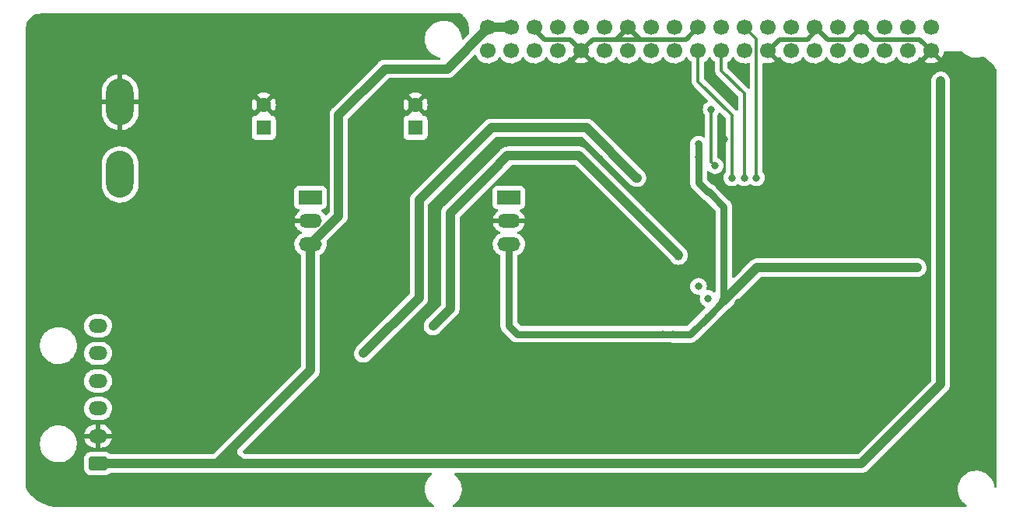
<source format=gbr>
G04 #@! TF.GenerationSoftware,KiCad,Pcbnew,(6.0.8)*
G04 #@! TF.CreationDate,2022-11-19T16:11:50-06:00*
G04 #@! TF.ProjectId,NavBoard_Hardware,4e617642-6f61-4726-945f-486172647761,2_ 2023*
G04 #@! TF.SameCoordinates,Original*
G04 #@! TF.FileFunction,Copper,L2,Bot*
G04 #@! TF.FilePolarity,Positive*
%FSLAX46Y46*%
G04 Gerber Fmt 4.6, Leading zero omitted, Abs format (unit mm)*
G04 Created by KiCad (PCBNEW (6.0.8)) date 2022-11-19 16:11:50*
%MOMM*%
%LPD*%
G01*
G04 APERTURE LIST*
G04 Aperture macros list*
%AMRoundRect*
0 Rectangle with rounded corners*
0 $1 Rounding radius*
0 $2 $3 $4 $5 $6 $7 $8 $9 X,Y pos of 4 corners*
0 Add a 4 corners polygon primitive as box body*
4,1,4,$2,$3,$4,$5,$6,$7,$8,$9,$2,$3,0*
0 Add four circle primitives for the rounded corners*
1,1,$1+$1,$2,$3*
1,1,$1+$1,$4,$5*
1,1,$1+$1,$6,$7*
1,1,$1+$1,$8,$9*
0 Add four rect primitives between the rounded corners*
20,1,$1+$1,$2,$3,$4,$5,0*
20,1,$1+$1,$4,$5,$6,$7,0*
20,1,$1+$1,$6,$7,$8,$9,0*
20,1,$1+$1,$8,$9,$2,$3,0*%
G04 Aperture macros list end*
G04 #@! TA.AperFunction,ComponentPad*
%ADD10R,1.600000X1.600000*%
G04 #@! TD*
G04 #@! TA.AperFunction,ComponentPad*
%ADD11C,1.600000*%
G04 #@! TD*
G04 #@! TA.AperFunction,ComponentPad*
%ADD12O,3.000000X5.100000*%
G04 #@! TD*
G04 #@! TA.AperFunction,ComponentPad*
%ADD13C,1.700000*%
G04 #@! TD*
G04 #@! TA.AperFunction,ComponentPad*
%ADD14RoundRect,0.250000X0.760000X-0.500000X0.760000X0.500000X-0.760000X0.500000X-0.760000X-0.500000X0*%
G04 #@! TD*
G04 #@! TA.AperFunction,ComponentPad*
%ADD15O,2.020000X1.500000*%
G04 #@! TD*
G04 #@! TA.AperFunction,ComponentPad*
%ADD16R,2.500000X1.500000*%
G04 #@! TD*
G04 #@! TA.AperFunction,ComponentPad*
%ADD17O,2.500000X1.500000*%
G04 #@! TD*
G04 #@! TA.AperFunction,ViaPad*
%ADD18C,0.800000*%
G04 #@! TD*
G04 #@! TA.AperFunction,ViaPad*
%ADD19C,1.200000*%
G04 #@! TD*
G04 #@! TA.AperFunction,ViaPad*
%ADD20C,1.400000*%
G04 #@! TD*
G04 #@! TA.AperFunction,ViaPad*
%ADD21C,1.000000*%
G04 #@! TD*
G04 #@! TA.AperFunction,Conductor*
%ADD22C,0.250000*%
G04 #@! TD*
G04 #@! TA.AperFunction,Conductor*
%ADD23C,0.500000*%
G04 #@! TD*
G04 #@! TA.AperFunction,Conductor*
%ADD24C,1.000000*%
G04 #@! TD*
G04 #@! TA.AperFunction,Conductor*
%ADD25C,0.800000*%
G04 #@! TD*
G04 #@! TA.AperFunction,Conductor*
%ADD26C,0.350000*%
G04 #@! TD*
G04 APERTURE END LIST*
D10*
X66040000Y-50800000D03*
D11*
X66040000Y-48300000D03*
D10*
X82550000Y-50800000D03*
D11*
X82550000Y-48300000D03*
D12*
X50400000Y-48026000D03*
X50400000Y-55900000D03*
D13*
X90450000Y-42440000D03*
X90450000Y-39900000D03*
X92990000Y-42440000D03*
X92990000Y-39900000D03*
X95530000Y-42440000D03*
X95530000Y-39900000D03*
X98070000Y-42440000D03*
X98070000Y-39900000D03*
X100610000Y-42440000D03*
X100610000Y-39900000D03*
X103150000Y-42440000D03*
X103150000Y-39900000D03*
X105690000Y-42440000D03*
X105690000Y-39900000D03*
X108230000Y-42440000D03*
X108230000Y-39900000D03*
X110770000Y-42440000D03*
X110770000Y-39900000D03*
X113310000Y-42440000D03*
X113310000Y-39900000D03*
X115850000Y-42440000D03*
X115850000Y-39900000D03*
X118390000Y-42440000D03*
X118390000Y-39900000D03*
X120930000Y-42440000D03*
X120930000Y-39900000D03*
X123470000Y-42440000D03*
X123470000Y-39900000D03*
X126010000Y-42440000D03*
X126010000Y-39900000D03*
X128550000Y-42440000D03*
X128550000Y-39900000D03*
X131090000Y-42440000D03*
X131090000Y-39900000D03*
X133630000Y-42440000D03*
X133630000Y-39900000D03*
X136170000Y-42440000D03*
X136170000Y-39900000D03*
X138710000Y-42440000D03*
X138710000Y-39900000D03*
D14*
X48006000Y-87376000D03*
D15*
X48006000Y-84376000D03*
X48006000Y-81376000D03*
X48006000Y-78376000D03*
X48006000Y-75376000D03*
X48006000Y-72376000D03*
D16*
X71120000Y-58420000D03*
D17*
X71120000Y-60960000D03*
X71120000Y-63500000D03*
D16*
X92710000Y-58420000D03*
D17*
X92710000Y-60960000D03*
X92710000Y-63500000D03*
D18*
X130810000Y-56198305D03*
X73981957Y-73900000D03*
X94300000Y-48600000D03*
X141380000Y-50690000D03*
X95800000Y-55400000D03*
X138020000Y-55780000D03*
X102600000Y-54150000D03*
X109450000Y-77774999D03*
X102600000Y-58275000D03*
X107250000Y-66700000D03*
X117700000Y-69850000D03*
X118000000Y-44600000D03*
X80100000Y-69825000D03*
X66700000Y-76900000D03*
X81297668Y-82896664D03*
X103240000Y-49980000D03*
X100750000Y-79910000D03*
X54900000Y-76875000D03*
X135601695Y-55780000D03*
X70992332Y-82893336D03*
X84317668Y-79876664D03*
X114775000Y-65000000D03*
X94627668Y-79886664D03*
D19*
X111762500Y-70406250D03*
D18*
X87825000Y-64675000D03*
X110975000Y-61700000D03*
X119100000Y-71400000D03*
X54900000Y-79870000D03*
X138020000Y-60970000D03*
X63692332Y-79863336D03*
X112200000Y-66125000D03*
X107950000Y-76400000D03*
X105475000Y-52850000D03*
X107250000Y-63900000D03*
X130810000Y-46520000D03*
X117775000Y-74775000D03*
X141380000Y-60970000D03*
X113350000Y-63725000D03*
D20*
X74891726Y-68897918D03*
D18*
X108900000Y-71100000D03*
X74000000Y-79870000D03*
X103310000Y-75135000D03*
X95800000Y-62475000D03*
X99600000Y-71700000D03*
X114600000Y-44400000D03*
X127275000Y-49425000D03*
X54900000Y-82900000D03*
X111086999Y-77775001D03*
X116151001Y-52085000D03*
X130810000Y-51360000D03*
X113475000Y-78250000D03*
X125775002Y-50850000D03*
X63675000Y-70825000D03*
X112061736Y-58271014D03*
X116800000Y-47400000D03*
X96825000Y-48600000D03*
D20*
X88912061Y-68876705D03*
D18*
X138020000Y-50690000D03*
X110925000Y-48200000D03*
X99600000Y-55400000D03*
X110225000Y-66550000D03*
X69700000Y-73900000D03*
X99600000Y-63550000D03*
X54900000Y-73875000D03*
X89375000Y-44800000D03*
X133350000Y-46530000D03*
X115162500Y-80606250D03*
X91607668Y-82906664D03*
X141380000Y-55780000D03*
X120126001Y-59222500D03*
X54900000Y-70825000D03*
X108845527Y-52302553D03*
X60700000Y-82900000D03*
X84600000Y-69800000D03*
X110200000Y-57275000D03*
X81800000Y-73900000D03*
X108910000Y-68860000D03*
X81375000Y-64675000D03*
X84600000Y-60700000D03*
X134260000Y-59630000D03*
X100100000Y-48600000D03*
X110366498Y-50589251D03*
X94200000Y-75800000D03*
X102950000Y-66700000D03*
X86700000Y-76700000D03*
X119087499Y-73256250D03*
X84625000Y-64675000D03*
D20*
X96500000Y-68900000D03*
D18*
X133690000Y-52010000D03*
X107950000Y-59550000D03*
X103240000Y-45855001D03*
X100600000Y-44200000D03*
D20*
X67329561Y-68926705D03*
D18*
X94275000Y-44800000D03*
X110260000Y-55720000D03*
X74000000Y-76900000D03*
D21*
X139700000Y-45720000D03*
D18*
X109438000Y-73274999D03*
X114362499Y-71406250D03*
X113350000Y-52600000D03*
X113350000Y-53975000D03*
D21*
X137160000Y-66040000D03*
D18*
X110550000Y-73300000D03*
X114525000Y-57850000D03*
D21*
X106650000Y-56250000D03*
X90800000Y-50825000D03*
X76875000Y-75375000D03*
X84450000Y-72400000D03*
X92637500Y-53862500D03*
X111175000Y-64725000D03*
D18*
X113350000Y-68075000D03*
X114400000Y-69400000D03*
X119650000Y-56250000D03*
X115150000Y-54925000D03*
X114725000Y-48825000D03*
X118325000Y-56250000D03*
X117000000Y-56250000D03*
D22*
X129800000Y-41190000D02*
X129800000Y-41200000D01*
D23*
X105200000Y-41200000D02*
X107000000Y-41200000D01*
X100610000Y-42440000D02*
X101850000Y-41200000D01*
X96600000Y-41200000D02*
X99400000Y-41200000D01*
D22*
X126010000Y-39900000D02*
X126010000Y-40390000D01*
D23*
X107000000Y-41200000D02*
X112010000Y-41200000D01*
X126100000Y-39900000D02*
X127400000Y-41200000D01*
X137400000Y-41200000D02*
X132400000Y-41200000D01*
D22*
X138710000Y-42440000D02*
X138640000Y-42440000D01*
D23*
X105690000Y-39910000D02*
X104400000Y-41200000D01*
D22*
X126010000Y-39900000D02*
X126100000Y-39900000D01*
D23*
X101850000Y-41200000D02*
X104400000Y-41200000D01*
X131090000Y-39900000D02*
X132390000Y-41200000D01*
X104400000Y-41200000D02*
X105200000Y-41200000D01*
X131090000Y-39900000D02*
X129800000Y-41190000D01*
D22*
X105690000Y-39900000D02*
X105690000Y-39910000D01*
X100610000Y-42410000D02*
X100610000Y-42440000D01*
X120930000Y-42440000D02*
X120960000Y-42440000D01*
D23*
X112010000Y-41200000D02*
X113310000Y-39900000D01*
X105700000Y-39900000D02*
X107000000Y-41200000D01*
X126010000Y-40390000D02*
X125200000Y-41200000D01*
X138640000Y-42440000D02*
X137400000Y-41200000D01*
X120960000Y-42440000D02*
X122200000Y-41200000D01*
X127400000Y-41200000D02*
X129800000Y-41200000D01*
X99400000Y-41200000D02*
X100610000Y-42410000D01*
X122200000Y-41200000D02*
X125200000Y-41200000D01*
X95530000Y-40130000D02*
X96600000Y-41200000D01*
D22*
X95530000Y-39900000D02*
X95530000Y-40130000D01*
X105690000Y-39900000D02*
X105700000Y-39900000D01*
D24*
X63576000Y-87376000D02*
X63624000Y-87376000D01*
X48006000Y-87376000D02*
X60974000Y-87376000D01*
X62676000Y-85674000D02*
X62825000Y-85525000D01*
X86000000Y-44400000D02*
X90450000Y-39950000D01*
X60974000Y-87376000D02*
X62825000Y-85525000D01*
X90450000Y-39950000D02*
X90450000Y-39900000D01*
X71120000Y-77230000D02*
X71120000Y-63500000D01*
X60974000Y-87376000D02*
X62676000Y-87376000D01*
X63624000Y-87376000D02*
X131064000Y-87376000D01*
X74200000Y-60400000D02*
X74200000Y-49400000D01*
X79200000Y-44400000D02*
X86000000Y-44400000D01*
X74200000Y-49400000D02*
X79200000Y-44400000D01*
X131064000Y-87376000D02*
X139700000Y-78740000D01*
X90450000Y-39900000D02*
X90100000Y-39900000D01*
X71120000Y-63480000D02*
X74200000Y-60400000D01*
X62676000Y-87376000D02*
X62676000Y-86476000D01*
X90450000Y-39900000D02*
X92990000Y-39900000D01*
X62676000Y-86476000D02*
X63576000Y-87376000D01*
X62676000Y-87376000D02*
X63624000Y-87376000D01*
X62676000Y-86476000D02*
X62676000Y-85674000D01*
X62825000Y-85525000D02*
X71120000Y-77230000D01*
X71120000Y-63500000D02*
X71120000Y-63480000D01*
X139700000Y-78740000D02*
X139700000Y-45720000D01*
D25*
X116100000Y-59425000D02*
X114525000Y-57850000D01*
X93600000Y-73275000D02*
X109438000Y-73274999D01*
X92710000Y-72385000D02*
X92710000Y-63500000D01*
X110524999Y-73274999D02*
X110550000Y-73300000D01*
X114362499Y-71406250D02*
X116100000Y-69668749D01*
X113350000Y-56800000D02*
X113350000Y-53975000D01*
X93600000Y-73275000D02*
X92710000Y-72385000D01*
X112468749Y-73300000D02*
X114362499Y-71406250D01*
X109438000Y-73274999D02*
X110524999Y-73274999D01*
D24*
X116100000Y-69668749D02*
X119728749Y-66040000D01*
X119728749Y-66040000D02*
X137160000Y-66040000D01*
D25*
X110550000Y-73300000D02*
X112468749Y-73300000D01*
X114525000Y-57850000D02*
X114400000Y-57850000D01*
X114400000Y-57850000D02*
X113350000Y-56800000D01*
X116100000Y-69668749D02*
X116100000Y-59425000D01*
X113350000Y-53975000D02*
X113350000Y-52600000D01*
D24*
X101200000Y-50825000D02*
X106625000Y-56250000D01*
X106625000Y-56250000D02*
X106650000Y-56250000D01*
X82925000Y-58700000D02*
X90800000Y-50825000D01*
X82925000Y-69325000D02*
X82925000Y-58700000D01*
X90800000Y-50825000D02*
X101200000Y-50825000D01*
X76875000Y-75375000D02*
X82925000Y-69325000D01*
X86325000Y-67750000D02*
X86325000Y-60100000D01*
X111162501Y-64662501D02*
X100362500Y-53862500D01*
X90725000Y-55700000D02*
X92550000Y-53875000D01*
X86325000Y-70525000D02*
X86325000Y-67750000D01*
X84450000Y-72400000D02*
X86325000Y-70525000D01*
X92550000Y-53875000D02*
X92625000Y-53875000D01*
X100362500Y-53862500D02*
X92637500Y-53862500D01*
X86325000Y-60100000D02*
X90725000Y-55700000D01*
D26*
X119650000Y-41160000D02*
X118390000Y-39900000D01*
X119650000Y-56250000D02*
X119650000Y-41160000D01*
X114725000Y-54500000D02*
X115150000Y-54925000D01*
X114725000Y-48925000D02*
X114725000Y-48825000D01*
X114725000Y-54025000D02*
X114725000Y-54500000D01*
X114725000Y-49475000D02*
X114725000Y-49050000D01*
X114725000Y-49050000D02*
X114725000Y-48925000D01*
X114725000Y-54025000D02*
X114725000Y-49475000D01*
X115850000Y-44600000D02*
X115850000Y-42440000D01*
X118325000Y-47075000D02*
X115850000Y-44600000D01*
X118325000Y-56250000D02*
X118325000Y-47075000D01*
X117000000Y-49450000D02*
X113310000Y-45760000D01*
X113310000Y-45760000D02*
X113310000Y-42440000D01*
X117000000Y-56250000D02*
X117000000Y-49450000D01*
G04 #@! TA.AperFunction,Conductor*
G36*
X87549756Y-38399902D02*
G01*
X87564713Y-38411168D01*
X87715948Y-38543798D01*
X87727602Y-38555452D01*
X87916315Y-38770637D01*
X87926348Y-38783713D01*
X88085355Y-39021683D01*
X88093594Y-39035953D01*
X88220181Y-39292648D01*
X88226487Y-39307872D01*
X88278288Y-39460470D01*
X88318487Y-39578893D01*
X88322753Y-39594814D01*
X88378590Y-39875527D01*
X88380741Y-39891867D01*
X88400000Y-40185700D01*
X88400000Y-40566930D01*
X88383802Y-40589963D01*
X87801851Y-41171914D01*
X87739539Y-41205940D01*
X87668724Y-41200875D01*
X87611888Y-41158328D01*
X87586833Y-41087216D01*
X87586264Y-41070896D01*
X87582375Y-40959542D01*
X87579137Y-40941173D01*
X87534360Y-40687236D01*
X87533598Y-40682913D01*
X87446797Y-40415765D01*
X87439992Y-40401811D01*
X87382320Y-40283569D01*
X87323660Y-40163298D01*
X87321205Y-40159659D01*
X87321202Y-40159653D01*
X87190979Y-39966590D01*
X87166585Y-39930424D01*
X87142253Y-39903400D01*
X86981566Y-39724940D01*
X86978629Y-39721678D01*
X86936805Y-39686583D01*
X86766820Y-39543949D01*
X86763450Y-39541121D01*
X86525236Y-39392269D01*
X86335678Y-39307872D01*
X86272639Y-39279805D01*
X86272637Y-39279804D01*
X86268625Y-39278018D01*
X85998610Y-39200593D01*
X85994260Y-39199982D01*
X85994257Y-39199981D01*
X85891310Y-39185513D01*
X85720448Y-39161500D01*
X85509854Y-39161500D01*
X85507668Y-39161653D01*
X85507664Y-39161653D01*
X85304173Y-39175882D01*
X85304168Y-39175883D01*
X85299788Y-39176189D01*
X85025030Y-39234591D01*
X85020901Y-39236094D01*
X85020897Y-39236095D01*
X84765219Y-39329154D01*
X84765215Y-39329156D01*
X84761074Y-39330663D01*
X84513058Y-39462536D01*
X84509499Y-39465122D01*
X84509497Y-39465123D01*
X84298383Y-39618506D01*
X84285808Y-39627642D01*
X84282644Y-39630698D01*
X84282641Y-39630700D01*
X84224773Y-39686583D01*
X84083748Y-39822769D01*
X83910812Y-40044118D01*
X83908616Y-40047922D01*
X83908611Y-40047929D01*
X83827702Y-40188069D01*
X83770364Y-40287381D01*
X83665138Y-40547824D01*
X83664073Y-40552097D01*
X83664072Y-40552099D01*
X83625928Y-40705088D01*
X83597183Y-40820376D01*
X83596724Y-40824744D01*
X83596723Y-40824749D01*
X83568281Y-41095364D01*
X83567822Y-41099733D01*
X83567975Y-41104121D01*
X83567975Y-41104127D01*
X83574976Y-41304598D01*
X83577625Y-41380458D01*
X83578387Y-41384781D01*
X83578388Y-41384788D01*
X83602164Y-41519624D01*
X83626402Y-41657087D01*
X83713203Y-41924235D01*
X83715131Y-41928188D01*
X83715133Y-41928193D01*
X83770313Y-42041328D01*
X83836340Y-42176702D01*
X83838795Y-42180341D01*
X83838798Y-42180347D01*
X83911890Y-42288710D01*
X83993415Y-42409576D01*
X84181371Y-42618322D01*
X84396550Y-42798879D01*
X84634764Y-42947731D01*
X84773133Y-43009337D01*
X84881376Y-43057530D01*
X84891375Y-43061982D01*
X85161390Y-43139407D01*
X85165740Y-43140018D01*
X85165743Y-43140019D01*
X85170775Y-43140726D01*
X85235449Y-43170014D01*
X85274022Y-43229619D01*
X85274247Y-43300615D01*
X85236053Y-43360462D01*
X85171566Y-43390160D01*
X85153239Y-43391500D01*
X79261843Y-43391500D01*
X79248236Y-43390763D01*
X79216738Y-43387341D01*
X79216733Y-43387341D01*
X79210612Y-43386676D01*
X79184362Y-43388973D01*
X79160612Y-43391050D01*
X79155786Y-43391379D01*
X79153314Y-43391500D01*
X79150231Y-43391500D01*
X79138262Y-43392674D01*
X79107494Y-43395690D01*
X79106181Y-43395812D01*
X79061916Y-43399685D01*
X79013587Y-43403913D01*
X79008468Y-43405400D01*
X79003167Y-43405920D01*
X78914166Y-43432791D01*
X78913033Y-43433126D01*
X78829586Y-43457370D01*
X78829582Y-43457372D01*
X78823664Y-43459091D01*
X78818932Y-43461544D01*
X78813831Y-43463084D01*
X78808388Y-43465978D01*
X78731740Y-43506731D01*
X78730574Y-43507343D01*
X78653547Y-43547271D01*
X78648074Y-43550108D01*
X78643911Y-43553431D01*
X78639204Y-43555934D01*
X78634429Y-43559828D01*
X78634428Y-43559829D01*
X78567102Y-43614739D01*
X78566075Y-43615567D01*
X78529792Y-43644531D01*
X78529787Y-43644536D01*
X78527028Y-43646738D01*
X78524527Y-43649239D01*
X78523809Y-43649881D01*
X78519461Y-43653594D01*
X78485938Y-43680935D01*
X78482015Y-43685677D01*
X78482013Y-43685679D01*
X78456703Y-43716273D01*
X78448713Y-43725053D01*
X73530621Y-48643145D01*
X73520478Y-48652247D01*
X73490975Y-48675968D01*
X73487008Y-48680696D01*
X73458709Y-48714421D01*
X73455528Y-48718069D01*
X73453885Y-48719881D01*
X73451691Y-48722075D01*
X73424358Y-48755349D01*
X73423696Y-48756147D01*
X73363846Y-48827474D01*
X73361278Y-48832144D01*
X73357897Y-48836261D01*
X73329718Y-48888816D01*
X73314023Y-48918086D01*
X73313394Y-48919245D01*
X73271538Y-48995381D01*
X73271535Y-48995389D01*
X73268567Y-49000787D01*
X73266955Y-49005869D01*
X73264438Y-49010563D01*
X73237243Y-49099515D01*
X73236918Y-49100559D01*
X73208765Y-49189306D01*
X73208171Y-49194602D01*
X73206613Y-49199698D01*
X73205990Y-49205834D01*
X73197218Y-49292187D01*
X73197089Y-49293393D01*
X73191500Y-49343227D01*
X73191500Y-49346754D01*
X73191445Y-49347739D01*
X73190998Y-49353419D01*
X73186626Y-49396462D01*
X73189194Y-49423627D01*
X73190941Y-49442109D01*
X73191500Y-49453967D01*
X73191500Y-59930076D01*
X73171498Y-59998197D01*
X73154595Y-60019171D01*
X72876546Y-60297220D01*
X72814234Y-60331246D01*
X72743419Y-60326181D01*
X72686583Y-60283634D01*
X72684755Y-60280986D01*
X72553168Y-60109499D01*
X72545607Y-60101276D01*
X72387806Y-59957688D01*
X72378911Y-59950936D01*
X72315625Y-59911237D01*
X72268548Y-59858093D01*
X72257676Y-59787934D01*
X72286460Y-59723035D01*
X72345763Y-59684000D01*
X72382582Y-59678500D01*
X72418134Y-59678500D01*
X72480316Y-59671745D01*
X72616705Y-59620615D01*
X72733261Y-59533261D01*
X72820615Y-59416705D01*
X72871745Y-59280316D01*
X72878500Y-59218134D01*
X72878500Y-57621866D01*
X72871745Y-57559684D01*
X72820615Y-57423295D01*
X72733261Y-57306739D01*
X72616705Y-57219385D01*
X72480316Y-57168255D01*
X72418134Y-57161500D01*
X69821866Y-57161500D01*
X69759684Y-57168255D01*
X69623295Y-57219385D01*
X69506739Y-57306739D01*
X69419385Y-57423295D01*
X69368255Y-57559684D01*
X69361500Y-57621866D01*
X69361500Y-59218134D01*
X69368255Y-59280316D01*
X69419385Y-59416705D01*
X69506739Y-59533261D01*
X69623295Y-59620615D01*
X69759684Y-59671745D01*
X69821866Y-59678500D01*
X69856177Y-59678500D01*
X69924298Y-59698502D01*
X69970791Y-59752158D01*
X69980895Y-59822432D01*
X69951401Y-59887012D01*
X69929703Y-59906823D01*
X69799233Y-60000575D01*
X69790767Y-60007883D01*
X69642308Y-60161082D01*
X69635265Y-60169779D01*
X69516281Y-60346844D01*
X69510895Y-60356642D01*
X69425143Y-60551990D01*
X69421578Y-60562582D01*
X69391376Y-60688384D01*
X69392081Y-60702470D01*
X69400960Y-60706000D01*
X71248000Y-60706000D01*
X71316121Y-60726002D01*
X71362614Y-60779658D01*
X71374000Y-60832000D01*
X71374000Y-61088000D01*
X71353998Y-61156121D01*
X71300342Y-61202614D01*
X71248000Y-61214000D01*
X69401589Y-61214000D01*
X69387607Y-61218105D01*
X69386114Y-61227728D01*
X69386166Y-61227973D01*
X69448898Y-61431883D01*
X69453119Y-61442229D01*
X69550971Y-61631814D01*
X69556957Y-61641245D01*
X69686832Y-61810501D01*
X69694393Y-61818724D01*
X69852194Y-61962312D01*
X69861094Y-61969067D01*
X70041815Y-62082434D01*
X70051781Y-62087511D01*
X70114358Y-62112667D01*
X70170103Y-62156633D01*
X70193228Y-62223758D01*
X70176391Y-62292729D01*
X70121607Y-62343300D01*
X69976782Y-62412378D01*
X69794346Y-62543471D01*
X69638008Y-62704799D01*
X69512710Y-62891262D01*
X69422412Y-63096967D01*
X69421103Y-63102418D01*
X69421102Y-63102422D01*
X69401030Y-63186028D01*
X69369968Y-63315411D01*
X69357037Y-63539690D01*
X69384025Y-63762715D01*
X69450082Y-63977435D01*
X69452652Y-63982415D01*
X69452654Y-63982419D01*
X69520253Y-64113390D01*
X69553118Y-64177064D01*
X69689877Y-64355292D01*
X69856036Y-64506485D01*
X69860783Y-64509463D01*
X69860786Y-64509465D01*
X69989229Y-64590036D01*
X70043108Y-64623834D01*
X70043110Y-64623836D01*
X70046344Y-64625864D01*
X70045940Y-64626508D01*
X70094316Y-64672194D01*
X70111500Y-64735716D01*
X70111500Y-76760076D01*
X70091498Y-76828197D01*
X70074595Y-76849171D01*
X62152045Y-84771721D01*
X62152027Y-84771738D01*
X62006615Y-84917151D01*
X61996470Y-84926254D01*
X61966975Y-84949968D01*
X61963008Y-84954696D01*
X61934933Y-84988154D01*
X61927507Y-84996258D01*
X60593171Y-86330595D01*
X60530859Y-86364620D01*
X60504076Y-86367500D01*
X49382393Y-86367500D01*
X49314272Y-86347498D01*
X49293375Y-86330673D01*
X49244483Y-86281866D01*
X49239303Y-86276695D01*
X49173847Y-86236347D01*
X49094968Y-86187725D01*
X49094966Y-86187724D01*
X49088738Y-86183885D01*
X48928254Y-86130655D01*
X48927389Y-86130368D01*
X48927387Y-86130368D01*
X48920861Y-86128203D01*
X48914025Y-86127503D01*
X48914022Y-86127502D01*
X48870969Y-86123091D01*
X48816400Y-86117500D01*
X47195600Y-86117500D01*
X47192354Y-86117837D01*
X47192350Y-86117837D01*
X47096692Y-86127762D01*
X47096688Y-86127763D01*
X47089834Y-86128474D01*
X47083298Y-86130655D01*
X47083296Y-86130655D01*
X46983065Y-86164095D01*
X46922054Y-86184450D01*
X46771652Y-86277522D01*
X46646695Y-86402697D01*
X46642855Y-86408927D01*
X46642854Y-86408928D01*
X46607936Y-86465576D01*
X46553885Y-86553262D01*
X46498203Y-86721139D01*
X46487500Y-86825600D01*
X46487500Y-87926400D01*
X46498474Y-88032166D01*
X46500655Y-88038702D01*
X46500655Y-88038704D01*
X46506147Y-88055164D01*
X46554450Y-88199946D01*
X46647522Y-88350348D01*
X46772697Y-88475305D01*
X46778927Y-88479145D01*
X46778928Y-88479146D01*
X46916090Y-88563694D01*
X46923262Y-88568115D01*
X46998325Y-88593012D01*
X47084611Y-88621632D01*
X47084613Y-88621632D01*
X47091139Y-88623797D01*
X47097975Y-88624497D01*
X47097978Y-88624498D01*
X47141031Y-88628909D01*
X47195600Y-88634500D01*
X48816400Y-88634500D01*
X48819646Y-88634163D01*
X48819650Y-88634163D01*
X48915308Y-88624238D01*
X48915312Y-88624237D01*
X48922166Y-88623526D01*
X48928702Y-88621345D01*
X48928704Y-88621345D01*
X49060806Y-88577272D01*
X49089946Y-88567550D01*
X49240348Y-88474478D01*
X49293252Y-88421482D01*
X49355535Y-88387403D01*
X49382425Y-88384500D01*
X60912157Y-88384500D01*
X60925764Y-88385237D01*
X60957262Y-88388659D01*
X60957267Y-88388659D01*
X60963388Y-88389324D01*
X61011211Y-88385140D01*
X61013053Y-88384979D01*
X61024034Y-88384500D01*
X62616127Y-88384500D01*
X62629297Y-88385190D01*
X62662796Y-88388711D01*
X62662798Y-88388711D01*
X62668925Y-88389355D01*
X62716570Y-88385019D01*
X62727990Y-88384500D01*
X63518096Y-88384500D01*
X63530829Y-88385145D01*
X63566334Y-88388752D01*
X63566339Y-88388752D01*
X63572462Y-88389374D01*
X63618108Y-88385059D01*
X63629967Y-88384500D01*
X84232676Y-88384500D01*
X84300797Y-88404502D01*
X84347290Y-88458158D01*
X84357394Y-88528432D01*
X84327900Y-88593012D01*
X84306740Y-88612434D01*
X84285808Y-88627642D01*
X84083748Y-88822769D01*
X83910812Y-89044118D01*
X83908616Y-89047922D01*
X83908611Y-89047929D01*
X83794794Y-89245067D01*
X83770364Y-89287381D01*
X83665138Y-89547824D01*
X83664073Y-89552097D01*
X83664072Y-89552099D01*
X83630379Y-89687236D01*
X83597183Y-89820376D01*
X83596724Y-89824744D01*
X83596723Y-89824749D01*
X83570330Y-90075866D01*
X83567822Y-90099733D01*
X83577625Y-90380458D01*
X83578387Y-90384781D01*
X83578388Y-90384788D01*
X83602164Y-90519624D01*
X83626402Y-90657087D01*
X83713203Y-90924235D01*
X83836340Y-91176702D01*
X83838795Y-91180341D01*
X83838798Y-91180347D01*
X83911890Y-91288710D01*
X83993415Y-91409576D01*
X84181371Y-91618322D01*
X84396550Y-91798879D01*
X84400282Y-91801211D01*
X84505800Y-91867146D01*
X84552970Y-91920207D01*
X84563965Y-91990347D01*
X84535294Y-92055297D01*
X84476060Y-92094436D01*
X84439030Y-92100000D01*
X43652488Y-92100000D01*
X43646306Y-92099848D01*
X43642623Y-92099667D01*
X43263509Y-92081043D01*
X43251213Y-92079832D01*
X42875163Y-92024049D01*
X42863041Y-92021639D01*
X42717622Y-91985213D01*
X42494267Y-91929265D01*
X42482435Y-91925676D01*
X42124494Y-91797603D01*
X42113070Y-91792871D01*
X41769407Y-91630331D01*
X41758502Y-91624502D01*
X41432425Y-91429058D01*
X41422144Y-91422188D01*
X41116799Y-91195729D01*
X41107241Y-91187885D01*
X40825560Y-90932584D01*
X40816816Y-90923840D01*
X40561515Y-90642159D01*
X40553671Y-90632601D01*
X40327212Y-90327256D01*
X40320342Y-90316975D01*
X40175826Y-90075866D01*
X40157900Y-90011089D01*
X40157900Y-85155733D01*
X41673822Y-85155733D01*
X41673975Y-85160121D01*
X41673975Y-85160127D01*
X41681595Y-85378312D01*
X41683625Y-85436458D01*
X41684387Y-85440781D01*
X41684388Y-85440788D01*
X41708164Y-85575624D01*
X41732402Y-85713087D01*
X41819203Y-85980235D01*
X41942340Y-86232702D01*
X41944795Y-86236341D01*
X41944798Y-86236347D01*
X42008369Y-86330595D01*
X42099415Y-86465576D01*
X42287371Y-86674322D01*
X42502550Y-86854879D01*
X42740764Y-87003731D01*
X42997375Y-87117982D01*
X43267390Y-87195407D01*
X43271740Y-87196018D01*
X43271743Y-87196019D01*
X43374690Y-87210487D01*
X43545552Y-87234500D01*
X43756146Y-87234500D01*
X43758332Y-87234347D01*
X43758336Y-87234347D01*
X43961827Y-87220118D01*
X43961832Y-87220117D01*
X43966212Y-87219811D01*
X44240970Y-87161409D01*
X44245099Y-87159906D01*
X44245103Y-87159905D01*
X44500781Y-87066846D01*
X44500785Y-87066844D01*
X44504926Y-87065337D01*
X44752942Y-86933464D01*
X44857896Y-86857211D01*
X44976629Y-86770947D01*
X44976632Y-86770944D01*
X44980192Y-86768358D01*
X45182252Y-86573231D01*
X45355188Y-86351882D01*
X45357384Y-86348078D01*
X45357389Y-86348071D01*
X45471206Y-86150933D01*
X45495636Y-86108619D01*
X45600862Y-85848176D01*
X45634544Y-85713087D01*
X45667753Y-85579893D01*
X45667754Y-85579888D01*
X45668817Y-85575624D01*
X45670318Y-85561349D01*
X45697719Y-85300636D01*
X45697719Y-85300633D01*
X45698178Y-85296267D01*
X45695742Y-85226501D01*
X45688529Y-85019939D01*
X45688528Y-85019933D01*
X45688375Y-85015542D01*
X45683723Y-84989156D01*
X45640360Y-84743236D01*
X45639598Y-84738913D01*
X45608671Y-84643728D01*
X46512114Y-84643728D01*
X46512166Y-84643973D01*
X46574898Y-84847883D01*
X46579119Y-84858229D01*
X46676971Y-85047814D01*
X46682957Y-85057245D01*
X46812832Y-85226501D01*
X46820393Y-85234724D01*
X46978194Y-85378312D01*
X46987094Y-85385067D01*
X47167815Y-85498434D01*
X47177781Y-85503511D01*
X47375714Y-85583080D01*
X47386429Y-85586315D01*
X47596301Y-85629777D01*
X47605438Y-85630980D01*
X47655990Y-85633895D01*
X47659637Y-85634000D01*
X47733885Y-85634000D01*
X47749124Y-85629525D01*
X47750329Y-85628135D01*
X47752000Y-85620452D01*
X47752000Y-85615885D01*
X48260000Y-85615885D01*
X48264475Y-85631124D01*
X48265865Y-85632329D01*
X48273548Y-85634000D01*
X48320175Y-85634000D01*
X48325770Y-85633751D01*
X48484078Y-85619622D01*
X48495092Y-85617640D01*
X48700860Y-85561349D01*
X48711341Y-85557451D01*
X48903903Y-85465603D01*
X48913516Y-85459918D01*
X49086767Y-85335425D01*
X49095233Y-85328117D01*
X49243692Y-85174918D01*
X49250735Y-85166221D01*
X49369719Y-84989156D01*
X49375105Y-84979358D01*
X49460857Y-84784010D01*
X49464422Y-84773418D01*
X49494624Y-84647616D01*
X49493919Y-84633530D01*
X49485040Y-84630000D01*
X48278115Y-84630000D01*
X48262876Y-84634475D01*
X48261671Y-84635865D01*
X48260000Y-84643548D01*
X48260000Y-85615885D01*
X47752000Y-85615885D01*
X47752000Y-84648115D01*
X47747525Y-84632876D01*
X47746135Y-84631671D01*
X47738452Y-84630000D01*
X46527589Y-84630000D01*
X46513607Y-84634105D01*
X46512114Y-84643728D01*
X45608671Y-84643728D01*
X45552797Y-84471765D01*
X45429660Y-84219298D01*
X45427205Y-84215659D01*
X45427202Y-84215653D01*
X45352150Y-84104384D01*
X46517376Y-84104384D01*
X46518081Y-84118470D01*
X46526960Y-84122000D01*
X47733885Y-84122000D01*
X47749124Y-84117525D01*
X47750329Y-84116135D01*
X47752000Y-84108452D01*
X47752000Y-84103885D01*
X48260000Y-84103885D01*
X48264475Y-84119124D01*
X48265865Y-84120329D01*
X48273548Y-84122000D01*
X49484411Y-84122000D01*
X49498393Y-84117895D01*
X49499886Y-84108272D01*
X49499834Y-84108027D01*
X49437102Y-83904117D01*
X49432881Y-83893771D01*
X49335029Y-83704186D01*
X49329043Y-83694755D01*
X49199168Y-83525499D01*
X49191607Y-83517276D01*
X49033806Y-83373688D01*
X49024906Y-83366933D01*
X48844185Y-83253566D01*
X48834219Y-83248489D01*
X48636286Y-83168920D01*
X48625571Y-83165685D01*
X48415699Y-83122223D01*
X48406562Y-83121020D01*
X48356010Y-83118105D01*
X48352363Y-83118000D01*
X48278115Y-83118000D01*
X48262876Y-83122475D01*
X48261671Y-83123865D01*
X48260000Y-83131548D01*
X48260000Y-84103885D01*
X47752000Y-84103885D01*
X47752000Y-83136115D01*
X47747525Y-83120876D01*
X47746135Y-83119671D01*
X47738452Y-83118000D01*
X47691825Y-83118000D01*
X47686230Y-83118249D01*
X47527922Y-83132378D01*
X47516908Y-83134360D01*
X47311140Y-83190651D01*
X47300659Y-83194549D01*
X47108097Y-83286397D01*
X47098484Y-83292082D01*
X46925233Y-83416575D01*
X46916767Y-83423883D01*
X46768308Y-83577082D01*
X46761265Y-83585779D01*
X46642281Y-83762844D01*
X46636895Y-83772642D01*
X46551143Y-83967990D01*
X46547578Y-83978582D01*
X46517376Y-84104384D01*
X45352150Y-84104384D01*
X45346935Y-84096653D01*
X45272585Y-83986424D01*
X45084629Y-83777678D01*
X44869450Y-83597121D01*
X44631236Y-83448269D01*
X44374625Y-83334018D01*
X44104610Y-83256593D01*
X44100260Y-83255982D01*
X44100257Y-83255981D01*
X43997310Y-83241513D01*
X43826448Y-83217500D01*
X43615854Y-83217500D01*
X43613668Y-83217653D01*
X43613664Y-83217653D01*
X43410173Y-83231882D01*
X43410168Y-83231883D01*
X43405788Y-83232189D01*
X43131030Y-83290591D01*
X43126901Y-83292094D01*
X43126897Y-83292095D01*
X42871219Y-83385154D01*
X42871215Y-83385156D01*
X42867074Y-83386663D01*
X42619058Y-83518536D01*
X42615499Y-83521122D01*
X42615497Y-83521123D01*
X42510895Y-83597121D01*
X42391808Y-83683642D01*
X42189748Y-83878769D01*
X42016812Y-84100118D01*
X42014616Y-84103922D01*
X42014611Y-84103929D01*
X41900794Y-84301067D01*
X41876364Y-84343381D01*
X41771138Y-84603824D01*
X41770073Y-84608097D01*
X41770072Y-84608099D01*
X41707708Y-84858229D01*
X41703183Y-84876376D01*
X41702724Y-84880744D01*
X41702723Y-84880749D01*
X41684173Y-85057245D01*
X41673822Y-85155733D01*
X40157900Y-85155733D01*
X40157900Y-81415690D01*
X46483037Y-81415690D01*
X46510025Y-81638715D01*
X46576082Y-81853435D01*
X46578652Y-81858415D01*
X46578654Y-81858419D01*
X46643852Y-81984738D01*
X46679118Y-82053064D01*
X46815877Y-82231292D01*
X46982036Y-82382485D01*
X46986783Y-82385463D01*
X46986786Y-82385465D01*
X47115229Y-82466036D01*
X47172344Y-82501864D01*
X47380783Y-82585656D01*
X47600767Y-82631213D01*
X47605378Y-82631479D01*
X47605379Y-82631479D01*
X47655952Y-82634395D01*
X47655956Y-82634395D01*
X47657775Y-82634500D01*
X48322999Y-82634500D01*
X48325786Y-82634251D01*
X48325792Y-82634251D01*
X48395929Y-82627991D01*
X48489762Y-82619617D01*
X48495176Y-82618136D01*
X48495181Y-82618135D01*
X48622912Y-82583191D01*
X48706451Y-82560337D01*
X48711509Y-82557925D01*
X48711513Y-82557923D01*
X48829042Y-82501864D01*
X48909218Y-82463622D01*
X49091654Y-82332529D01*
X49247992Y-82171201D01*
X49373290Y-81984738D01*
X49463588Y-81779033D01*
X49516032Y-81560589D01*
X49528963Y-81336310D01*
X49501975Y-81113285D01*
X49435918Y-80898565D01*
X49370798Y-80772396D01*
X49335454Y-80703919D01*
X49335454Y-80703918D01*
X49332882Y-80698936D01*
X49196123Y-80520708D01*
X49029964Y-80369515D01*
X49025217Y-80366537D01*
X49025214Y-80366535D01*
X48844405Y-80253115D01*
X48839656Y-80250136D01*
X48631217Y-80166344D01*
X48411233Y-80120787D01*
X48406622Y-80120521D01*
X48406621Y-80120521D01*
X48356048Y-80117605D01*
X48356044Y-80117605D01*
X48354225Y-80117500D01*
X47689001Y-80117500D01*
X47686214Y-80117749D01*
X47686208Y-80117749D01*
X47616071Y-80124009D01*
X47522238Y-80132383D01*
X47516824Y-80133864D01*
X47516819Y-80133865D01*
X47402262Y-80165205D01*
X47305549Y-80191663D01*
X47300491Y-80194075D01*
X47300487Y-80194077D01*
X47204165Y-80240021D01*
X47102782Y-80288378D01*
X46920346Y-80419471D01*
X46764008Y-80580799D01*
X46638710Y-80767262D01*
X46548412Y-80972967D01*
X46495968Y-81191411D01*
X46483037Y-81415690D01*
X40157900Y-81415690D01*
X40157900Y-78415690D01*
X46483037Y-78415690D01*
X46510025Y-78638715D01*
X46576082Y-78853435D01*
X46578652Y-78858415D01*
X46578654Y-78858419D01*
X46643852Y-78984738D01*
X46679118Y-79053064D01*
X46815877Y-79231292D01*
X46982036Y-79382485D01*
X46986783Y-79385463D01*
X46986786Y-79385465D01*
X47149849Y-79487753D01*
X47172344Y-79501864D01*
X47380783Y-79585656D01*
X47600767Y-79631213D01*
X47605378Y-79631479D01*
X47605379Y-79631479D01*
X47655952Y-79634395D01*
X47655956Y-79634395D01*
X47657775Y-79634500D01*
X48322999Y-79634500D01*
X48325786Y-79634251D01*
X48325792Y-79634251D01*
X48395929Y-79627991D01*
X48489762Y-79619617D01*
X48495176Y-79618136D01*
X48495181Y-79618135D01*
X48622912Y-79583191D01*
X48706451Y-79560337D01*
X48711509Y-79557925D01*
X48711513Y-79557923D01*
X48829042Y-79501864D01*
X48909218Y-79463622D01*
X49091654Y-79332529D01*
X49247992Y-79171201D01*
X49373290Y-78984738D01*
X49463588Y-78779033D01*
X49485916Y-78686033D01*
X49514722Y-78566046D01*
X49514722Y-78566045D01*
X49516032Y-78560589D01*
X49528963Y-78336310D01*
X49501975Y-78113285D01*
X49435918Y-77898565D01*
X49423364Y-77874241D01*
X49335454Y-77703919D01*
X49335454Y-77703918D01*
X49332882Y-77698936D01*
X49196123Y-77520708D01*
X49029964Y-77369515D01*
X49025217Y-77366537D01*
X49025214Y-77366535D01*
X48844405Y-77253115D01*
X48839656Y-77250136D01*
X48631217Y-77166344D01*
X48411233Y-77120787D01*
X48406622Y-77120521D01*
X48406621Y-77120521D01*
X48356048Y-77117605D01*
X48356044Y-77117605D01*
X48354225Y-77117500D01*
X47689001Y-77117500D01*
X47686214Y-77117749D01*
X47686208Y-77117749D01*
X47616071Y-77124009D01*
X47522238Y-77132383D01*
X47516824Y-77133864D01*
X47516819Y-77133865D01*
X47402262Y-77165205D01*
X47305549Y-77191663D01*
X47300491Y-77194075D01*
X47300487Y-77194077D01*
X47230610Y-77227407D01*
X47102782Y-77288378D01*
X46920346Y-77419471D01*
X46764008Y-77580799D01*
X46638710Y-77767262D01*
X46548412Y-77972967D01*
X46547103Y-77978418D01*
X46547102Y-77978422D01*
X46516012Y-78107923D01*
X46495968Y-78191411D01*
X46483037Y-78415690D01*
X40157900Y-78415690D01*
X40157900Y-74455733D01*
X41673822Y-74455733D01*
X41673975Y-74460121D01*
X41673975Y-74460127D01*
X41682489Y-74703919D01*
X41683625Y-74736458D01*
X41684387Y-74740781D01*
X41684388Y-74740788D01*
X41708164Y-74875624D01*
X41732402Y-75013087D01*
X41819203Y-75280235D01*
X41821131Y-75284188D01*
X41821133Y-75284193D01*
X41864251Y-75372597D01*
X41942340Y-75532702D01*
X41944795Y-75536341D01*
X41944798Y-75536347D01*
X42010088Y-75633143D01*
X42099415Y-75765576D01*
X42287371Y-75974322D01*
X42502550Y-76154879D01*
X42740764Y-76303731D01*
X42997375Y-76417982D01*
X43267390Y-76495407D01*
X43271740Y-76496018D01*
X43271743Y-76496019D01*
X43374690Y-76510487D01*
X43545552Y-76534500D01*
X43756146Y-76534500D01*
X43758332Y-76534347D01*
X43758336Y-76534347D01*
X43961827Y-76520118D01*
X43961832Y-76520117D01*
X43966212Y-76519811D01*
X44240970Y-76461409D01*
X44245099Y-76459906D01*
X44245103Y-76459905D01*
X44500781Y-76366846D01*
X44500785Y-76366844D01*
X44504926Y-76365337D01*
X44752942Y-76233464D01*
X44756503Y-76230877D01*
X44976629Y-76070947D01*
X44976632Y-76070944D01*
X44980192Y-76068358D01*
X44990634Y-76058275D01*
X45125985Y-75927567D01*
X45182252Y-75873231D01*
X45349862Y-75658699D01*
X45352481Y-75655347D01*
X45352482Y-75655346D01*
X45355188Y-75651882D01*
X45357384Y-75648078D01*
X45357389Y-75648071D01*
X45488333Y-75421268D01*
X45491554Y-75415690D01*
X46483037Y-75415690D01*
X46510025Y-75638715D01*
X46576082Y-75853435D01*
X46578652Y-75858415D01*
X46578654Y-75858419D01*
X46676546Y-76048081D01*
X46679118Y-76053064D01*
X46682531Y-76057511D01*
X46682531Y-76057512D01*
X46685632Y-76061553D01*
X46815877Y-76231292D01*
X46982036Y-76382485D01*
X46986783Y-76385463D01*
X46986786Y-76385465D01*
X47115229Y-76466036D01*
X47172344Y-76501864D01*
X47380783Y-76585656D01*
X47600767Y-76631213D01*
X47605378Y-76631479D01*
X47605379Y-76631479D01*
X47655952Y-76634395D01*
X47655956Y-76634395D01*
X47657775Y-76634500D01*
X48322999Y-76634500D01*
X48325786Y-76634251D01*
X48325792Y-76634251D01*
X48395929Y-76627991D01*
X48489762Y-76619617D01*
X48495176Y-76618136D01*
X48495181Y-76618135D01*
X48622912Y-76583191D01*
X48706451Y-76560337D01*
X48711509Y-76557925D01*
X48711513Y-76557923D01*
X48829042Y-76501864D01*
X48909218Y-76463622D01*
X49074599Y-76344784D01*
X49087095Y-76335805D01*
X49091654Y-76332529D01*
X49199687Y-76221048D01*
X49244089Y-76175229D01*
X49244091Y-76175226D01*
X49247992Y-76171201D01*
X49373290Y-75984738D01*
X49463588Y-75779033D01*
X49466034Y-75768848D01*
X49514722Y-75566046D01*
X49514722Y-75566045D01*
X49516032Y-75560589D01*
X49526942Y-75371370D01*
X49528640Y-75341917D01*
X49528640Y-75341914D01*
X49528963Y-75336310D01*
X49501975Y-75113285D01*
X49435918Y-74898565D01*
X49433091Y-74893086D01*
X49335454Y-74703919D01*
X49335454Y-74703918D01*
X49332882Y-74698936D01*
X49196123Y-74520708D01*
X49029964Y-74369515D01*
X49025217Y-74366537D01*
X49025214Y-74366535D01*
X48844405Y-74253115D01*
X48839656Y-74250136D01*
X48642921Y-74171049D01*
X48636431Y-74168440D01*
X48631217Y-74166344D01*
X48411233Y-74120787D01*
X48406622Y-74120521D01*
X48406621Y-74120521D01*
X48356048Y-74117605D01*
X48356044Y-74117605D01*
X48354225Y-74117500D01*
X47689001Y-74117500D01*
X47686214Y-74117749D01*
X47686208Y-74117749D01*
X47616071Y-74124009D01*
X47522238Y-74132383D01*
X47516824Y-74133864D01*
X47516819Y-74133865D01*
X47390437Y-74168440D01*
X47305549Y-74191663D01*
X47300491Y-74194075D01*
X47300487Y-74194077D01*
X47262383Y-74212252D01*
X47102782Y-74288378D01*
X46920346Y-74419471D01*
X46764008Y-74580799D01*
X46638710Y-74767262D01*
X46548412Y-74972967D01*
X46547103Y-74978418D01*
X46547102Y-74978422D01*
X46503884Y-75158437D01*
X46495968Y-75191411D01*
X46495645Y-75197016D01*
X46483445Y-75408619D01*
X46483037Y-75415690D01*
X45491554Y-75415690D01*
X45495636Y-75408619D01*
X45600862Y-75148176D01*
X45619094Y-75075051D01*
X45667753Y-74879893D01*
X45667754Y-74879888D01*
X45668817Y-74875624D01*
X45675955Y-74807716D01*
X45697719Y-74600636D01*
X45697719Y-74600633D01*
X45698178Y-74596267D01*
X45698025Y-74591873D01*
X45688529Y-74319939D01*
X45688528Y-74319933D01*
X45688375Y-74315542D01*
X45684163Y-74291650D01*
X45652049Y-74109527D01*
X45639598Y-74038913D01*
X45552797Y-73771765D01*
X45429660Y-73519298D01*
X45427205Y-73515659D01*
X45427202Y-73515653D01*
X45347833Y-73397984D01*
X45272585Y-73286424D01*
X45244854Y-73255625D01*
X45131017Y-73129197D01*
X45084629Y-73077678D01*
X44869450Y-72897121D01*
X44631236Y-72748269D01*
X44374625Y-72634018D01*
X44104610Y-72556593D01*
X44100260Y-72555982D01*
X44100257Y-72555981D01*
X43997153Y-72541491D01*
X43826448Y-72517500D01*
X43615854Y-72517500D01*
X43613668Y-72517653D01*
X43613664Y-72517653D01*
X43410173Y-72531882D01*
X43410168Y-72531883D01*
X43405788Y-72532189D01*
X43131030Y-72590591D01*
X43126901Y-72592094D01*
X43126897Y-72592095D01*
X42871219Y-72685154D01*
X42871215Y-72685156D01*
X42867074Y-72686663D01*
X42619058Y-72818536D01*
X42615499Y-72821122D01*
X42615497Y-72821123D01*
X42397366Y-72979604D01*
X42391808Y-72983642D01*
X42388644Y-72986698D01*
X42388641Y-72986700D01*
X42343215Y-73030568D01*
X42189748Y-73178769D01*
X42060153Y-73344644D01*
X42025569Y-73388910D01*
X42016812Y-73400118D01*
X42014616Y-73403922D01*
X42014611Y-73403929D01*
X41909034Y-73586795D01*
X41876364Y-73643381D01*
X41771138Y-73903824D01*
X41770073Y-73908097D01*
X41770072Y-73908099D01*
X41704770Y-74170012D01*
X41703183Y-74176376D01*
X41702724Y-74180744D01*
X41702723Y-74180749D01*
X41677633Y-74419471D01*
X41673822Y-74455733D01*
X40157900Y-74455733D01*
X40157900Y-72415690D01*
X46483037Y-72415690D01*
X46510025Y-72638715D01*
X46576082Y-72853435D01*
X46578652Y-72858415D01*
X46578654Y-72858419D01*
X46667218Y-73030008D01*
X46679118Y-73053064D01*
X46815877Y-73231292D01*
X46982036Y-73382485D01*
X46986783Y-73385463D01*
X46986786Y-73385465D01*
X47115229Y-73466036D01*
X47172344Y-73501864D01*
X47380783Y-73585656D01*
X47600767Y-73631213D01*
X47605378Y-73631479D01*
X47605379Y-73631479D01*
X47655952Y-73634395D01*
X47655956Y-73634395D01*
X47657775Y-73634500D01*
X48322999Y-73634500D01*
X48325786Y-73634251D01*
X48325792Y-73634251D01*
X48395929Y-73627991D01*
X48489762Y-73619617D01*
X48495176Y-73618136D01*
X48495181Y-73618135D01*
X48622912Y-73583191D01*
X48706451Y-73560337D01*
X48711509Y-73557925D01*
X48711513Y-73557923D01*
X48829042Y-73501864D01*
X48909218Y-73463622D01*
X49081346Y-73339936D01*
X49087095Y-73335805D01*
X49091654Y-73332529D01*
X49169359Y-73252344D01*
X49244089Y-73175229D01*
X49244091Y-73175226D01*
X49247992Y-73171201D01*
X49373290Y-72984738D01*
X49463588Y-72779033D01*
X49465025Y-72773050D01*
X49514722Y-72566046D01*
X49514722Y-72566045D01*
X49516032Y-72560589D01*
X49523411Y-72432610D01*
X49528640Y-72341917D01*
X49528640Y-72341914D01*
X49528963Y-72336310D01*
X49501975Y-72113285D01*
X49435918Y-71898565D01*
X49406564Y-71841691D01*
X49335454Y-71703919D01*
X49335454Y-71703918D01*
X49332882Y-71698936D01*
X49196123Y-71520708D01*
X49029964Y-71369515D01*
X49025217Y-71366537D01*
X49025214Y-71366535D01*
X48844405Y-71253115D01*
X48839656Y-71250136D01*
X48631217Y-71166344D01*
X48411233Y-71120787D01*
X48406622Y-71120521D01*
X48406621Y-71120521D01*
X48356048Y-71117605D01*
X48356044Y-71117605D01*
X48354225Y-71117500D01*
X47689001Y-71117500D01*
X47686214Y-71117749D01*
X47686208Y-71117749D01*
X47616071Y-71124009D01*
X47522238Y-71132383D01*
X47516824Y-71133864D01*
X47516819Y-71133865D01*
X47402262Y-71165205D01*
X47305549Y-71191663D01*
X47300491Y-71194075D01*
X47300487Y-71194077D01*
X47204166Y-71240020D01*
X47102782Y-71288378D01*
X46920346Y-71419471D01*
X46764008Y-71580799D01*
X46638710Y-71767262D01*
X46548412Y-71972967D01*
X46547103Y-71978418D01*
X46547102Y-71978422D01*
X46517760Y-72100642D01*
X46495968Y-72191411D01*
X46491121Y-72275475D01*
X46483626Y-72405480D01*
X46483037Y-72415690D01*
X40157900Y-72415690D01*
X40157900Y-57020146D01*
X48391500Y-57020146D01*
X48391653Y-57022332D01*
X48391653Y-57022336D01*
X48405809Y-57224771D01*
X48406189Y-57230212D01*
X48464591Y-57504970D01*
X48466094Y-57509099D01*
X48466095Y-57509103D01*
X48507138Y-57621866D01*
X48560663Y-57768926D01*
X48692536Y-58016942D01*
X48695122Y-58020501D01*
X48695123Y-58020503D01*
X48779363Y-58136449D01*
X48857642Y-58244192D01*
X48860698Y-58247356D01*
X48860700Y-58247359D01*
X48946431Y-58336135D01*
X49052769Y-58446252D01*
X49234638Y-58588343D01*
X49270203Y-58616129D01*
X49274118Y-58619188D01*
X49277922Y-58621384D01*
X49277929Y-58621389D01*
X49418988Y-58702829D01*
X49517381Y-58759636D01*
X49777824Y-58864862D01*
X49782097Y-58865927D01*
X49782099Y-58865928D01*
X50046107Y-58931753D01*
X50046112Y-58931754D01*
X50050376Y-58932817D01*
X50054744Y-58933276D01*
X50054749Y-58933277D01*
X50325364Y-58961719D01*
X50325367Y-58961719D01*
X50329733Y-58962178D01*
X50334121Y-58962025D01*
X50334127Y-58962025D01*
X50606061Y-58952529D01*
X50606067Y-58952528D01*
X50610458Y-58952375D01*
X50614781Y-58951613D01*
X50614788Y-58951612D01*
X50813723Y-58916534D01*
X50887087Y-58903598D01*
X51154235Y-58816797D01*
X51158188Y-58814869D01*
X51158193Y-58814867D01*
X51271432Y-58759636D01*
X51406702Y-58693660D01*
X51410341Y-58691205D01*
X51410347Y-58691202D01*
X51568362Y-58584619D01*
X51639576Y-58536585D01*
X51848322Y-58348629D01*
X52028879Y-58133450D01*
X52177731Y-57895236D01*
X52291982Y-57638625D01*
X52369407Y-57368610D01*
X52373858Y-57336944D01*
X52385685Y-57252786D01*
X52408500Y-57090448D01*
X52408500Y-54779854D01*
X52393811Y-54569788D01*
X52335409Y-54295030D01*
X52319400Y-54251045D01*
X52240846Y-54035219D01*
X52240844Y-54035215D01*
X52239337Y-54031074D01*
X52107464Y-53783058D01*
X52025528Y-53670282D01*
X51944947Y-53559371D01*
X51944944Y-53559368D01*
X51942358Y-53555808D01*
X51747231Y-53353748D01*
X51565362Y-53211657D01*
X51529347Y-53183519D01*
X51529346Y-53183518D01*
X51525882Y-53180812D01*
X51522078Y-53178616D01*
X51522071Y-53178611D01*
X51286431Y-53042565D01*
X51282619Y-53040364D01*
X51022176Y-52935138D01*
X51017901Y-52934072D01*
X50753893Y-52868247D01*
X50753888Y-52868246D01*
X50749624Y-52867183D01*
X50745256Y-52866724D01*
X50745251Y-52866723D01*
X50474636Y-52838281D01*
X50474633Y-52838281D01*
X50470267Y-52837822D01*
X50465879Y-52837975D01*
X50465873Y-52837975D01*
X50193939Y-52847471D01*
X50193933Y-52847472D01*
X50189542Y-52847625D01*
X50185219Y-52848387D01*
X50185212Y-52848388D01*
X50015144Y-52878376D01*
X49912913Y-52896402D01*
X49645765Y-52983203D01*
X49641812Y-52985131D01*
X49641807Y-52985133D01*
X49531947Y-53038716D01*
X49393298Y-53106340D01*
X49389659Y-53108795D01*
X49389653Y-53108798D01*
X49312737Y-53160679D01*
X49160424Y-53263415D01*
X48951678Y-53451371D01*
X48771121Y-53666550D01*
X48622269Y-53904764D01*
X48508018Y-54161375D01*
X48430593Y-54431390D01*
X48391500Y-54709552D01*
X48391500Y-57020146D01*
X40157900Y-57020146D01*
X40157900Y-51648134D01*
X64731500Y-51648134D01*
X64738255Y-51710316D01*
X64789385Y-51846705D01*
X64876739Y-51963261D01*
X64993295Y-52050615D01*
X65129684Y-52101745D01*
X65191866Y-52108500D01*
X66888134Y-52108500D01*
X66950316Y-52101745D01*
X67086705Y-52050615D01*
X67203261Y-51963261D01*
X67290615Y-51846705D01*
X67341745Y-51710316D01*
X67348500Y-51648134D01*
X67348500Y-49951866D01*
X67341745Y-49889684D01*
X67290615Y-49753295D01*
X67203261Y-49636739D01*
X67086705Y-49549385D01*
X66950316Y-49498255D01*
X66906748Y-49493522D01*
X66891514Y-49491867D01*
X66891511Y-49491867D01*
X66888134Y-49491500D01*
X66884815Y-49491500D01*
X66817890Y-49467847D01*
X66782196Y-49421844D01*
X66780266Y-49422859D01*
X66774558Y-49412000D01*
X66774368Y-49411755D01*
X66774347Y-49411597D01*
X66754356Y-49373566D01*
X66052812Y-48672022D01*
X66038868Y-48664408D01*
X66037035Y-48664539D01*
X66030420Y-48668790D01*
X65324923Y-49374287D01*
X65302129Y-49416029D01*
X65299953Y-49426029D01*
X65249747Y-49476227D01*
X65196186Y-49491451D01*
X65195281Y-49491500D01*
X65191866Y-49491500D01*
X65188470Y-49491869D01*
X65188468Y-49491869D01*
X65176121Y-49493210D01*
X65129684Y-49498255D01*
X64993295Y-49549385D01*
X64876739Y-49636739D01*
X64789385Y-49753295D01*
X64738255Y-49889684D01*
X64731500Y-49951866D01*
X64731500Y-51648134D01*
X40157900Y-51648134D01*
X40157900Y-49143923D01*
X48392000Y-49143923D01*
X48392153Y-49148308D01*
X48406379Y-49351757D01*
X48407599Y-49360438D01*
X48464159Y-49626530D01*
X48466578Y-49634967D01*
X48559617Y-49890587D01*
X48563186Y-49898603D01*
X48690895Y-50138790D01*
X48695549Y-50146238D01*
X48855438Y-50366306D01*
X48861085Y-50373036D01*
X49050051Y-50568716D01*
X49056573Y-50574588D01*
X49270933Y-50742064D01*
X49278207Y-50746970D01*
X49513789Y-50882984D01*
X49521681Y-50886833D01*
X49773896Y-50988735D01*
X49782254Y-50991451D01*
X50046192Y-51057257D01*
X50054837Y-51058782D01*
X50127985Y-51066470D01*
X50142635Y-51063791D01*
X50145835Y-51052074D01*
X50654000Y-51052074D01*
X50657779Y-51064943D01*
X50672845Y-51066866D01*
X50882642Y-51029873D01*
X50891143Y-51027754D01*
X51149858Y-50943692D01*
X51158005Y-50940401D01*
X51402499Y-50821152D01*
X51410096Y-50816767D01*
X51635621Y-50664648D01*
X51642538Y-50659244D01*
X51844691Y-50477224D01*
X51850790Y-50470909D01*
X52025642Y-50262529D01*
X52030804Y-50255424D01*
X52174961Y-50024725D01*
X52179073Y-50016991D01*
X52289723Y-49768467D01*
X52292722Y-49760226D01*
X52367704Y-49498733D01*
X52369528Y-49490153D01*
X52407388Y-49220765D01*
X52408000Y-49212016D01*
X52408000Y-48305475D01*
X64727483Y-48305475D01*
X64746472Y-48522519D01*
X64748375Y-48533312D01*
X64804764Y-48743761D01*
X64808510Y-48754053D01*
X64900586Y-48951511D01*
X64906069Y-48961006D01*
X64942509Y-49013048D01*
X64952988Y-49021424D01*
X64966434Y-49014356D01*
X65667978Y-48312812D01*
X65674356Y-48301132D01*
X66404408Y-48301132D01*
X66404539Y-48302965D01*
X66408790Y-48309580D01*
X67114287Y-49015077D01*
X67126062Y-49021507D01*
X67138077Y-49012211D01*
X67173931Y-48961006D01*
X67179414Y-48951511D01*
X67271490Y-48754053D01*
X67275236Y-48743761D01*
X67331625Y-48533312D01*
X67333528Y-48522519D01*
X67352517Y-48305475D01*
X67352517Y-48294525D01*
X67333528Y-48077481D01*
X67331625Y-48066688D01*
X67275236Y-47856239D01*
X67271490Y-47845947D01*
X67179414Y-47648489D01*
X67173931Y-47638994D01*
X67137491Y-47586952D01*
X67127012Y-47578576D01*
X67113566Y-47585644D01*
X66412022Y-48287188D01*
X66404408Y-48301132D01*
X65674356Y-48301132D01*
X65675592Y-48298868D01*
X65675461Y-48297035D01*
X65671210Y-48290420D01*
X64965713Y-47584923D01*
X64953938Y-47578493D01*
X64941923Y-47587789D01*
X64906069Y-47638994D01*
X64900586Y-47648489D01*
X64808510Y-47845947D01*
X64804764Y-47856239D01*
X64748375Y-48066688D01*
X64746472Y-48077481D01*
X64727483Y-48294525D01*
X64727483Y-48305475D01*
X52408000Y-48305475D01*
X52408000Y-48298115D01*
X52403525Y-48282876D01*
X52402135Y-48281671D01*
X52394452Y-48280000D01*
X50672115Y-48280000D01*
X50656876Y-48284475D01*
X50655671Y-48285865D01*
X50654000Y-48293548D01*
X50654000Y-51052074D01*
X50145835Y-51052074D01*
X50146000Y-51051470D01*
X50146000Y-48298115D01*
X50141525Y-48282876D01*
X50140135Y-48281671D01*
X50132452Y-48280000D01*
X48410115Y-48280000D01*
X48394876Y-48284475D01*
X48393671Y-48285865D01*
X48392000Y-48293548D01*
X48392000Y-49143923D01*
X40157900Y-49143923D01*
X40157900Y-47753885D01*
X48392000Y-47753885D01*
X48396475Y-47769124D01*
X48397865Y-47770329D01*
X48405548Y-47772000D01*
X50127885Y-47772000D01*
X50143124Y-47767525D01*
X50144329Y-47766135D01*
X50146000Y-47758452D01*
X50146000Y-47753885D01*
X50654000Y-47753885D01*
X50658475Y-47769124D01*
X50659865Y-47770329D01*
X50667548Y-47772000D01*
X52389885Y-47772000D01*
X52405124Y-47767525D01*
X52406329Y-47766135D01*
X52408000Y-47758452D01*
X52408000Y-47212988D01*
X65318576Y-47212988D01*
X65325644Y-47226434D01*
X66027188Y-47927978D01*
X66041132Y-47935592D01*
X66042965Y-47935461D01*
X66049580Y-47931210D01*
X66755077Y-47225713D01*
X66761507Y-47213938D01*
X66752211Y-47201923D01*
X66701006Y-47166069D01*
X66691511Y-47160586D01*
X66494053Y-47068510D01*
X66483761Y-47064764D01*
X66273312Y-47008375D01*
X66262519Y-47006472D01*
X66045475Y-46987483D01*
X66034525Y-46987483D01*
X65817481Y-47006472D01*
X65806688Y-47008375D01*
X65596239Y-47064764D01*
X65585947Y-47068510D01*
X65388489Y-47160586D01*
X65378994Y-47166069D01*
X65326952Y-47202509D01*
X65318576Y-47212988D01*
X52408000Y-47212988D01*
X52408000Y-46908077D01*
X52407847Y-46903692D01*
X52393621Y-46700243D01*
X52392401Y-46691562D01*
X52335841Y-46425470D01*
X52333422Y-46417033D01*
X52240383Y-46161413D01*
X52236814Y-46153397D01*
X52109105Y-45913210D01*
X52104451Y-45905762D01*
X51944562Y-45685694D01*
X51938915Y-45678964D01*
X51749949Y-45483284D01*
X51743427Y-45477412D01*
X51529067Y-45309936D01*
X51521793Y-45305030D01*
X51286211Y-45169016D01*
X51278319Y-45165167D01*
X51026104Y-45063265D01*
X51017746Y-45060549D01*
X50753808Y-44994743D01*
X50745163Y-44993218D01*
X50672015Y-44985530D01*
X50657365Y-44988209D01*
X50654000Y-45000530D01*
X50654000Y-47753885D01*
X50146000Y-47753885D01*
X50146000Y-44999926D01*
X50142221Y-44987057D01*
X50127155Y-44985134D01*
X49917358Y-45022127D01*
X49908857Y-45024246D01*
X49650142Y-45108308D01*
X49641995Y-45111599D01*
X49397501Y-45230848D01*
X49389904Y-45235233D01*
X49164379Y-45387352D01*
X49157462Y-45392756D01*
X48955309Y-45574776D01*
X48949210Y-45581091D01*
X48774358Y-45789471D01*
X48769196Y-45796576D01*
X48625039Y-46027275D01*
X48620927Y-46035009D01*
X48510277Y-46283533D01*
X48507278Y-46291774D01*
X48432296Y-46553267D01*
X48430472Y-46561847D01*
X48392612Y-46831235D01*
X48392000Y-46839984D01*
X48392000Y-47753885D01*
X40157900Y-47753885D01*
X40157900Y-39956650D01*
X40159646Y-39935745D01*
X40162170Y-39920744D01*
X40162170Y-39920741D01*
X40162976Y-39915952D01*
X40163129Y-39903400D01*
X40162439Y-39898579D01*
X40161557Y-39892419D01*
X40160606Y-39865572D01*
X40172764Y-39695575D01*
X40175322Y-39677780D01*
X40217698Y-39482980D01*
X40222760Y-39465739D01*
X40292432Y-39278945D01*
X40299893Y-39262610D01*
X40395433Y-39087642D01*
X40405152Y-39072518D01*
X40524618Y-38912931D01*
X40536391Y-38899345D01*
X40677345Y-38758391D01*
X40690931Y-38746618D01*
X40850518Y-38627152D01*
X40865642Y-38617433D01*
X41040610Y-38521893D01*
X41056945Y-38514432D01*
X41243739Y-38444760D01*
X41260980Y-38439698D01*
X41455780Y-38397322D01*
X41473574Y-38394764D01*
X41640001Y-38382861D01*
X41657961Y-38383607D01*
X41666246Y-38383708D01*
X41675124Y-38385091D01*
X41706686Y-38380964D01*
X41723021Y-38379900D01*
X87481635Y-38379900D01*
X87549756Y-38399902D01*
G37*
G04 #@! TD.AperFunction*
G04 #@! TA.AperFunction,Conductor*
G36*
X101720474Y-43191264D02*
G01*
X101732484Y-43197823D01*
X101744223Y-43188855D01*
X101778022Y-43141819D01*
X101779277Y-43142721D01*
X101826391Y-43099355D01*
X101896330Y-43087148D01*
X101961767Y-43114691D01*
X101989580Y-43146513D01*
X102047287Y-43240683D01*
X102047291Y-43240688D01*
X102049987Y-43245088D01*
X102196250Y-43413938D01*
X102256637Y-43464072D01*
X102360137Y-43549999D01*
X102368126Y-43556632D01*
X102561000Y-43669338D01*
X102769692Y-43749030D01*
X102774760Y-43750061D01*
X102774763Y-43750062D01*
X102879604Y-43771392D01*
X102988597Y-43793567D01*
X102993772Y-43793757D01*
X102993774Y-43793757D01*
X103206673Y-43801564D01*
X103206677Y-43801564D01*
X103211837Y-43801753D01*
X103216957Y-43801097D01*
X103216959Y-43801097D01*
X103428288Y-43774025D01*
X103428289Y-43774025D01*
X103433416Y-43773368D01*
X103438366Y-43771883D01*
X103642429Y-43710661D01*
X103642434Y-43710659D01*
X103647384Y-43709174D01*
X103847994Y-43610896D01*
X104029860Y-43481173D01*
X104048013Y-43463084D01*
X104124688Y-43386676D01*
X104188096Y-43323489D01*
X104247594Y-43240689D01*
X104318453Y-43142077D01*
X104319776Y-43143028D01*
X104366645Y-43099857D01*
X104436580Y-43087625D01*
X104502026Y-43115144D01*
X104529875Y-43146994D01*
X104589987Y-43245088D01*
X104736250Y-43413938D01*
X104796637Y-43464072D01*
X104900137Y-43549999D01*
X104908126Y-43556632D01*
X105101000Y-43669338D01*
X105309692Y-43749030D01*
X105314760Y-43750061D01*
X105314763Y-43750062D01*
X105419604Y-43771392D01*
X105528597Y-43793567D01*
X105533772Y-43793757D01*
X105533774Y-43793757D01*
X105746673Y-43801564D01*
X105746677Y-43801564D01*
X105751837Y-43801753D01*
X105756957Y-43801097D01*
X105756959Y-43801097D01*
X105968288Y-43774025D01*
X105968289Y-43774025D01*
X105973416Y-43773368D01*
X105978366Y-43771883D01*
X106182429Y-43710661D01*
X106182434Y-43710659D01*
X106187384Y-43709174D01*
X106387994Y-43610896D01*
X106569860Y-43481173D01*
X106588013Y-43463084D01*
X106664688Y-43386676D01*
X106728096Y-43323489D01*
X106787594Y-43240689D01*
X106858453Y-43142077D01*
X106859776Y-43143028D01*
X106906645Y-43099857D01*
X106976580Y-43087625D01*
X107042026Y-43115144D01*
X107069875Y-43146994D01*
X107129987Y-43245088D01*
X107276250Y-43413938D01*
X107336637Y-43464072D01*
X107440137Y-43549999D01*
X107448126Y-43556632D01*
X107641000Y-43669338D01*
X107849692Y-43749030D01*
X107854760Y-43750061D01*
X107854763Y-43750062D01*
X107959604Y-43771392D01*
X108068597Y-43793567D01*
X108073772Y-43793757D01*
X108073774Y-43793757D01*
X108286673Y-43801564D01*
X108286677Y-43801564D01*
X108291837Y-43801753D01*
X108296957Y-43801097D01*
X108296959Y-43801097D01*
X108508288Y-43774025D01*
X108508289Y-43774025D01*
X108513416Y-43773368D01*
X108518366Y-43771883D01*
X108722429Y-43710661D01*
X108722434Y-43710659D01*
X108727384Y-43709174D01*
X108927994Y-43610896D01*
X109109860Y-43481173D01*
X109128013Y-43463084D01*
X109204688Y-43386676D01*
X109268096Y-43323489D01*
X109327594Y-43240689D01*
X109398453Y-43142077D01*
X109399776Y-43143028D01*
X109446645Y-43099857D01*
X109516580Y-43087625D01*
X109582026Y-43115144D01*
X109609875Y-43146994D01*
X109669987Y-43245088D01*
X109816250Y-43413938D01*
X109876637Y-43464072D01*
X109980137Y-43549999D01*
X109988126Y-43556632D01*
X110181000Y-43669338D01*
X110389692Y-43749030D01*
X110394760Y-43750061D01*
X110394763Y-43750062D01*
X110499604Y-43771392D01*
X110608597Y-43793567D01*
X110613772Y-43793757D01*
X110613774Y-43793757D01*
X110826673Y-43801564D01*
X110826677Y-43801564D01*
X110831837Y-43801753D01*
X110836957Y-43801097D01*
X110836959Y-43801097D01*
X111048288Y-43774025D01*
X111048289Y-43774025D01*
X111053416Y-43773368D01*
X111058366Y-43771883D01*
X111262429Y-43710661D01*
X111262434Y-43710659D01*
X111267384Y-43709174D01*
X111467994Y-43610896D01*
X111649860Y-43481173D01*
X111668013Y-43463084D01*
X111744688Y-43386676D01*
X111808096Y-43323489D01*
X111867594Y-43240689D01*
X111938453Y-43142077D01*
X111939776Y-43143028D01*
X111986645Y-43099857D01*
X112056580Y-43087625D01*
X112122026Y-43115144D01*
X112149875Y-43146994D01*
X112209987Y-43245088D01*
X112356250Y-43413938D01*
X112416637Y-43464072D01*
X112520137Y-43549999D01*
X112528126Y-43556632D01*
X112564072Y-43577637D01*
X112612794Y-43629275D01*
X112626500Y-43686424D01*
X112626500Y-45731955D01*
X112626208Y-45740523D01*
X112622424Y-45796034D01*
X112623729Y-45803511D01*
X112623729Y-45803514D01*
X112633002Y-45856647D01*
X112633965Y-45863171D01*
X112641355Y-45924235D01*
X112644042Y-45931345D01*
X112645246Y-45936248D01*
X112648114Y-45946734D01*
X112649561Y-45951526D01*
X112650866Y-45959004D01*
X112653918Y-45965956D01*
X112653918Y-45965957D01*
X112675595Y-46015341D01*
X112678086Y-46021446D01*
X112697145Y-46071882D01*
X112699831Y-46078989D01*
X112704131Y-46085246D01*
X112706467Y-46089714D01*
X112711725Y-46099160D01*
X112714307Y-46103526D01*
X112717362Y-46110485D01*
X112754823Y-46159304D01*
X112758686Y-46164623D01*
X112785283Y-46203321D01*
X112793534Y-46215326D01*
X112799203Y-46220377D01*
X112838323Y-46255232D01*
X112843598Y-46260213D01*
X114380111Y-47796726D01*
X114414137Y-47859038D01*
X114409072Y-47929853D01*
X114366525Y-47986689D01*
X114342264Y-48000928D01*
X114274281Y-48031195D01*
X114274274Y-48031199D01*
X114268248Y-48033882D01*
X114113747Y-48146134D01*
X114109326Y-48151044D01*
X114109325Y-48151045D01*
X113993214Y-48280000D01*
X113985960Y-48288056D01*
X113890473Y-48453444D01*
X113831458Y-48635072D01*
X113830768Y-48641633D01*
X113830768Y-48641635D01*
X113830102Y-48647976D01*
X113811496Y-48825000D01*
X113812186Y-48831565D01*
X113829404Y-48995381D01*
X113831458Y-49014928D01*
X113890473Y-49196556D01*
X113893776Y-49202278D01*
X113893777Y-49202279D01*
X113898711Y-49210825D01*
X113985960Y-49361944D01*
X113990380Y-49366853D01*
X113990383Y-49366857D01*
X114009135Y-49387683D01*
X114039853Y-49451690D01*
X114041500Y-49471994D01*
X114041500Y-51732148D01*
X114021498Y-51800269D01*
X113967842Y-51846762D01*
X113897568Y-51856866D01*
X113841441Y-51834085D01*
X113806752Y-51808882D01*
X113800724Y-51806198D01*
X113800722Y-51806197D01*
X113638319Y-51733891D01*
X113638318Y-51733891D01*
X113632288Y-51731206D01*
X113534009Y-51710316D01*
X113451944Y-51692872D01*
X113451939Y-51692872D01*
X113445487Y-51691500D01*
X113254513Y-51691500D01*
X113248061Y-51692872D01*
X113248056Y-51692872D01*
X113165991Y-51710316D01*
X113067712Y-51731206D01*
X113061682Y-51733891D01*
X113061681Y-51733891D01*
X112899278Y-51806197D01*
X112899276Y-51806198D01*
X112893248Y-51808882D01*
X112887907Y-51812762D01*
X112887906Y-51812763D01*
X112855402Y-51836379D01*
X112738747Y-51921134D01*
X112734326Y-51926044D01*
X112734325Y-51926045D01*
X112707281Y-51956081D01*
X112610960Y-52063056D01*
X112515473Y-52228444D01*
X112456458Y-52410072D01*
X112436496Y-52600000D01*
X112437186Y-52606565D01*
X112440810Y-52641045D01*
X112441500Y-52654216D01*
X112441500Y-53920784D01*
X112440810Y-53933955D01*
X112436496Y-53975000D01*
X112437186Y-53981565D01*
X112440810Y-54016045D01*
X112441500Y-54029216D01*
X112441500Y-56718583D01*
X112439949Y-56738292D01*
X112437748Y-56752190D01*
X112438093Y-56758777D01*
X112438093Y-56758782D01*
X112441327Y-56820480D01*
X112441500Y-56827074D01*
X112441500Y-56847610D01*
X112441844Y-56850882D01*
X112441844Y-56850884D01*
X112443647Y-56868042D01*
X112444164Y-56874616D01*
X112447211Y-56932749D01*
X112447743Y-56942903D01*
X112449453Y-56949284D01*
X112449453Y-56949286D01*
X112451383Y-56956491D01*
X112454985Y-56975925D01*
X112455766Y-56983354D01*
X112455768Y-56983363D01*
X112456458Y-56989928D01*
X112477600Y-57054997D01*
X112479467Y-57061299D01*
X112486892Y-57089009D01*
X112493959Y-57115381D01*
X112497171Y-57127370D01*
X112501736Y-57136329D01*
X112503559Y-57139907D01*
X112511125Y-57158174D01*
X112512326Y-57161869D01*
X112515473Y-57171556D01*
X112518776Y-57177278D01*
X112518777Y-57177279D01*
X112522224Y-57183250D01*
X112546197Y-57224771D01*
X112549667Y-57230782D01*
X112552814Y-57236577D01*
X112583871Y-57297530D01*
X112588024Y-57302658D01*
X112588025Y-57302660D01*
X112592727Y-57308466D01*
X112603927Y-57324763D01*
X112607657Y-57331224D01*
X112607660Y-57331228D01*
X112610960Y-57336944D01*
X112615377Y-57341850D01*
X112615381Y-57341855D01*
X112656722Y-57387769D01*
X112661006Y-57392784D01*
X112673928Y-57408741D01*
X112688443Y-57423256D01*
X112692984Y-57428041D01*
X112738747Y-57478866D01*
X112744086Y-57482745D01*
X112744087Y-57482746D01*
X112750135Y-57487140D01*
X112765168Y-57499981D01*
X113700019Y-58434832D01*
X113712860Y-58449865D01*
X113721134Y-58461253D01*
X113758172Y-58494602D01*
X113771959Y-58507016D01*
X113776744Y-58511557D01*
X113791259Y-58526072D01*
X113793823Y-58528148D01*
X113807216Y-58538994D01*
X113812231Y-58543278D01*
X113858145Y-58584619D01*
X113858150Y-58584623D01*
X113863056Y-58589040D01*
X113868772Y-58592340D01*
X113868776Y-58592343D01*
X113875237Y-58596073D01*
X113891533Y-58607273D01*
X113902470Y-58616129D01*
X113948790Y-58639730D01*
X113963421Y-58647185D01*
X113969215Y-58650331D01*
X114028444Y-58684527D01*
X114034726Y-58686568D01*
X114034728Y-58686569D01*
X114041826Y-58688875D01*
X114060092Y-58696440D01*
X114072630Y-58702829D01*
X114079017Y-58704541D01*
X114079511Y-58704730D01*
X114123455Y-58733268D01*
X115154595Y-59764408D01*
X115188621Y-59826720D01*
X115191500Y-59853503D01*
X115191500Y-68604802D01*
X115171498Y-68672923D01*
X115117842Y-68719416D01*
X115047568Y-68729520D01*
X114991439Y-68706738D01*
X114862094Y-68612763D01*
X114862093Y-68612762D01*
X114856752Y-68608882D01*
X114850724Y-68606198D01*
X114850722Y-68606197D01*
X114688319Y-68533891D01*
X114688318Y-68533891D01*
X114682288Y-68531206D01*
X114588887Y-68511353D01*
X114501944Y-68492872D01*
X114501939Y-68492872D01*
X114495487Y-68491500D01*
X114343348Y-68491500D01*
X114275227Y-68471498D01*
X114228734Y-68417842D01*
X114218630Y-68347568D01*
X114223515Y-68326563D01*
X114241503Y-68271203D01*
X114243542Y-68264928D01*
X114263504Y-68075000D01*
X114243542Y-67885072D01*
X114184527Y-67703444D01*
X114089040Y-67538056D01*
X113961253Y-67396134D01*
X113806752Y-67283882D01*
X113800724Y-67281198D01*
X113800722Y-67281197D01*
X113638319Y-67208891D01*
X113638318Y-67208891D01*
X113632288Y-67206206D01*
X113538887Y-67186353D01*
X113451944Y-67167872D01*
X113451939Y-67167872D01*
X113445487Y-67166500D01*
X113254513Y-67166500D01*
X113248061Y-67167872D01*
X113248056Y-67167872D01*
X113161113Y-67186353D01*
X113067712Y-67206206D01*
X113061682Y-67208891D01*
X113061681Y-67208891D01*
X112899278Y-67281197D01*
X112899276Y-67281198D01*
X112893248Y-67283882D01*
X112738747Y-67396134D01*
X112610960Y-67538056D01*
X112515473Y-67703444D01*
X112456458Y-67885072D01*
X112436496Y-68075000D01*
X112456458Y-68264928D01*
X112515473Y-68446556D01*
X112610960Y-68611944D01*
X112738747Y-68753866D01*
X112837843Y-68825864D01*
X112878049Y-68855075D01*
X112893248Y-68866118D01*
X112899276Y-68868802D01*
X112899278Y-68868803D01*
X113061681Y-68941109D01*
X113067712Y-68943794D01*
X113161113Y-68963647D01*
X113248056Y-68982128D01*
X113248061Y-68982128D01*
X113254513Y-68983500D01*
X113406652Y-68983500D01*
X113474773Y-69003502D01*
X113521266Y-69057158D01*
X113531370Y-69127432D01*
X113526486Y-69148433D01*
X113506458Y-69210072D01*
X113505768Y-69216633D01*
X113505768Y-69216635D01*
X113494651Y-69322407D01*
X113486496Y-69400000D01*
X113487186Y-69406565D01*
X113499666Y-69525302D01*
X113506458Y-69589928D01*
X113565473Y-69771556D01*
X113660960Y-69936944D01*
X113665378Y-69941851D01*
X113665379Y-69941852D01*
X113727261Y-70010579D01*
X113788747Y-70078866D01*
X113943248Y-70191118D01*
X113949276Y-70193802D01*
X113949278Y-70193803D01*
X114017646Y-70224242D01*
X114071742Y-70270222D01*
X114092391Y-70338149D01*
X114073039Y-70406457D01*
X114055492Y-70428444D01*
X113777667Y-70706269D01*
X113762634Y-70719110D01*
X113751246Y-70727384D01*
X113746826Y-70732293D01*
X113705483Y-70778209D01*
X113700942Y-70782994D01*
X112129341Y-72354595D01*
X112067029Y-72388621D01*
X112040246Y-72391500D01*
X110765792Y-72391500D01*
X110726856Y-72385333D01*
X110725000Y-72384730D01*
X110714927Y-72381457D01*
X110708362Y-72380767D01*
X110708353Y-72380765D01*
X110700924Y-72379984D01*
X110681490Y-72376382D01*
X110674285Y-72374452D01*
X110674283Y-72374452D01*
X110667902Y-72372742D01*
X110661311Y-72372397D01*
X110661307Y-72372396D01*
X110599615Y-72369163D01*
X110593041Y-72368646D01*
X110575883Y-72366843D01*
X110575881Y-72366843D01*
X110572609Y-72366499D01*
X110552073Y-72366499D01*
X110545479Y-72366326D01*
X110483781Y-72363092D01*
X110483776Y-72363092D01*
X110477189Y-72362747D01*
X110463291Y-72364948D01*
X110443582Y-72366499D01*
X109342513Y-72366499D01*
X94028503Y-72366500D01*
X93960382Y-72346498D01*
X93939408Y-72329595D01*
X93655405Y-72045592D01*
X93621379Y-71983280D01*
X93618500Y-71956497D01*
X93618500Y-64779077D01*
X93638502Y-64710956D01*
X93690256Y-64665351D01*
X93718127Y-64652057D01*
X93853218Y-64587622D01*
X94035654Y-64456529D01*
X94191992Y-64295201D01*
X94317290Y-64108738D01*
X94407588Y-63903033D01*
X94460032Y-63684589D01*
X94472963Y-63460310D01*
X94445975Y-63237285D01*
X94379918Y-63022565D01*
X94314798Y-62896396D01*
X94279454Y-62827919D01*
X94279454Y-62827918D01*
X94276882Y-62822936D01*
X94140123Y-62644708D01*
X93973964Y-62493515D01*
X93969217Y-62490537D01*
X93969214Y-62490535D01*
X93788405Y-62377115D01*
X93783656Y-62374136D01*
X93715622Y-62346786D01*
X93659880Y-62302822D01*
X93636755Y-62235697D01*
X93653592Y-62166726D01*
X93708376Y-62116155D01*
X93847903Y-62049603D01*
X93857516Y-62043918D01*
X94030767Y-61919425D01*
X94039233Y-61912117D01*
X94187692Y-61758918D01*
X94194735Y-61750221D01*
X94313719Y-61573156D01*
X94319105Y-61563358D01*
X94404857Y-61368010D01*
X94408422Y-61357418D01*
X94438624Y-61231616D01*
X94437919Y-61217530D01*
X94429040Y-61214000D01*
X90991589Y-61214000D01*
X90977607Y-61218105D01*
X90976114Y-61227728D01*
X90976166Y-61227973D01*
X91038898Y-61431883D01*
X91043119Y-61442229D01*
X91140971Y-61631814D01*
X91146957Y-61641245D01*
X91276832Y-61810501D01*
X91284393Y-61818724D01*
X91442194Y-61962312D01*
X91451094Y-61969067D01*
X91631815Y-62082434D01*
X91641781Y-62087511D01*
X91704358Y-62112667D01*
X91760103Y-62156633D01*
X91783228Y-62223758D01*
X91766391Y-62292729D01*
X91711607Y-62343300D01*
X91566782Y-62412378D01*
X91384346Y-62543471D01*
X91228008Y-62704799D01*
X91102710Y-62891262D01*
X91012412Y-63096967D01*
X91011103Y-63102418D01*
X91011102Y-63102422D01*
X90991030Y-63186028D01*
X90959968Y-63315411D01*
X90947037Y-63539690D01*
X90974025Y-63762715D01*
X91040082Y-63977435D01*
X91042652Y-63982415D01*
X91042654Y-63982419D01*
X91110253Y-64113390D01*
X91143118Y-64177064D01*
X91279877Y-64355292D01*
X91446036Y-64506485D01*
X91450783Y-64509463D01*
X91450786Y-64509465D01*
X91579229Y-64590036D01*
X91636344Y-64625864D01*
X91722497Y-64660497D01*
X91778241Y-64704464D01*
X91801500Y-64777404D01*
X91801500Y-72303583D01*
X91799949Y-72323292D01*
X91797748Y-72337190D01*
X91798093Y-72343777D01*
X91798093Y-72343782D01*
X91801327Y-72405480D01*
X91801500Y-72412074D01*
X91801500Y-72432610D01*
X91801844Y-72435882D01*
X91801844Y-72435884D01*
X91803647Y-72453042D01*
X91804164Y-72459616D01*
X91807206Y-72517653D01*
X91807743Y-72527903D01*
X91809453Y-72534284D01*
X91809453Y-72534286D01*
X91811383Y-72541491D01*
X91814985Y-72560925D01*
X91815766Y-72568354D01*
X91815768Y-72568363D01*
X91816458Y-72574928D01*
X91837600Y-72639997D01*
X91839467Y-72646299D01*
X91857171Y-72712370D01*
X91863559Y-72724907D01*
X91871125Y-72743173D01*
X91875473Y-72756556D01*
X91878776Y-72762278D01*
X91878777Y-72762279D01*
X91909667Y-72815782D01*
X91912814Y-72821577D01*
X91943871Y-72882530D01*
X91948024Y-72887658D01*
X91948025Y-72887660D01*
X91952727Y-72893466D01*
X91963927Y-72909763D01*
X91967657Y-72916224D01*
X91967660Y-72916228D01*
X91970960Y-72921944D01*
X91975377Y-72926850D01*
X91975381Y-72926855D01*
X92016722Y-72972769D01*
X92021006Y-72977784D01*
X92025750Y-72983642D01*
X92033928Y-72993741D01*
X92048443Y-73008256D01*
X92052984Y-73013041D01*
X92098747Y-73063866D01*
X92104086Y-73067745D01*
X92104087Y-73067746D01*
X92110135Y-73072140D01*
X92125168Y-73084981D01*
X92900019Y-73859832D01*
X92912860Y-73874865D01*
X92921134Y-73886253D01*
X92948899Y-73911253D01*
X92971959Y-73932016D01*
X92976744Y-73936557D01*
X92991259Y-73951072D01*
X92993823Y-73953148D01*
X93007216Y-73963994D01*
X93012231Y-73968278D01*
X93058145Y-74009619D01*
X93058150Y-74009623D01*
X93063056Y-74014040D01*
X93068772Y-74017340D01*
X93068776Y-74017343D01*
X93075237Y-74021073D01*
X93091533Y-74032273D01*
X93102470Y-74041129D01*
X93163421Y-74072185D01*
X93169218Y-74075333D01*
X93209655Y-74098679D01*
X93228444Y-74109527D01*
X93234726Y-74111568D01*
X93234728Y-74111569D01*
X93241826Y-74113875D01*
X93260092Y-74121440D01*
X93272630Y-74127829D01*
X93279006Y-74129538D01*
X93279010Y-74129539D01*
X93338685Y-74145529D01*
X93345010Y-74147402D01*
X93410072Y-74168542D01*
X93416640Y-74169232D01*
X93416644Y-74169233D01*
X93424061Y-74170012D01*
X93443508Y-74173616D01*
X93457096Y-74177257D01*
X93463695Y-74177603D01*
X93463696Y-74177603D01*
X93525385Y-74180836D01*
X93531960Y-74181353D01*
X93546222Y-74182852D01*
X93552390Y-74183500D01*
X93572925Y-74183500D01*
X93579519Y-74183673D01*
X93641218Y-74186907D01*
X93641223Y-74186907D01*
X93647810Y-74187252D01*
X93661708Y-74185051D01*
X93681417Y-74183500D01*
X109485610Y-74183499D01*
X110309207Y-74183499D01*
X110348143Y-74189666D01*
X110360072Y-74193542D01*
X110374075Y-74195014D01*
X110393504Y-74198615D01*
X110407097Y-74202257D01*
X110413693Y-74202603D01*
X110413695Y-74202603D01*
X110421143Y-74202993D01*
X110440747Y-74205574D01*
X110454513Y-74208500D01*
X110522926Y-74208500D01*
X110529520Y-74208673D01*
X110591218Y-74211907D01*
X110591223Y-74211907D01*
X110597810Y-74212252D01*
X110604326Y-74211220D01*
X110604327Y-74211220D01*
X110611707Y-74210051D01*
X110631417Y-74208500D01*
X112387332Y-74208500D01*
X112407041Y-74210051D01*
X112420939Y-74212252D01*
X112427526Y-74211907D01*
X112427531Y-74211907D01*
X112489229Y-74208673D01*
X112495823Y-74208500D01*
X112516359Y-74208500D01*
X112519631Y-74208156D01*
X112519633Y-74208156D01*
X112536791Y-74206353D01*
X112543365Y-74205836D01*
X112605057Y-74202603D01*
X112605061Y-74202602D01*
X112611652Y-74202257D01*
X112618033Y-74200547D01*
X112618035Y-74200547D01*
X112625240Y-74198617D01*
X112644674Y-74195015D01*
X112652103Y-74194234D01*
X112652112Y-74194232D01*
X112658677Y-74193542D01*
X112723746Y-74172400D01*
X112730048Y-74170533D01*
X112796119Y-74152829D01*
X112808657Y-74146440D01*
X112826923Y-74138875D01*
X112834021Y-74136569D01*
X112834023Y-74136568D01*
X112840305Y-74134527D01*
X112851907Y-74127829D01*
X112899531Y-74100333D01*
X112905328Y-74097185D01*
X112966279Y-74066129D01*
X112977216Y-74057273D01*
X112993512Y-74046073D01*
X112999973Y-74042343D01*
X112999977Y-74042340D01*
X113005693Y-74039040D01*
X113010599Y-74034623D01*
X113010604Y-74034619D01*
X113056518Y-73993278D01*
X113061533Y-73988994D01*
X113074926Y-73978148D01*
X113077490Y-73976072D01*
X113092005Y-73961557D01*
X113096790Y-73957016D01*
X113142706Y-73915673D01*
X113147615Y-73911253D01*
X113155889Y-73899865D01*
X113168730Y-73884832D01*
X114947331Y-72106231D01*
X114962364Y-72093390D01*
X114968412Y-72088996D01*
X114968413Y-72088995D01*
X114973752Y-72085116D01*
X115019515Y-72034291D01*
X115024056Y-72029506D01*
X116407746Y-70645816D01*
X116461685Y-70613915D01*
X116470420Y-70611377D01*
X116470422Y-70611376D01*
X116476336Y-70609658D01*
X116651926Y-70518641D01*
X116711564Y-70471033D01*
X116770223Y-70424207D01*
X116770230Y-70424200D01*
X116772973Y-70422011D01*
X120109578Y-67085405D01*
X120171890Y-67051379D01*
X120198673Y-67048500D01*
X137092226Y-67048500D01*
X137107145Y-67049386D01*
X137138777Y-67053158D01*
X137144912Y-67052686D01*
X137144914Y-67052686D01*
X137194489Y-67048871D01*
X137204156Y-67048500D01*
X137209769Y-67048500D01*
X137246591Y-67044890D01*
X137249212Y-67044660D01*
X137255818Y-67044152D01*
X137329831Y-67038457D01*
X137329835Y-67038456D01*
X137335972Y-67037984D01*
X137341903Y-67036328D01*
X137346345Y-67035545D01*
X137350708Y-67034681D01*
X137356833Y-67034080D01*
X137440131Y-67008931D01*
X137442665Y-67008195D01*
X137520525Y-66986456D01*
X137520526Y-66986456D01*
X137526463Y-66984798D01*
X137531967Y-66982018D01*
X137536164Y-66980390D01*
X137540273Y-66978696D01*
X137546169Y-66976916D01*
X137622994Y-66936068D01*
X137625336Y-66934854D01*
X137697502Y-66898400D01*
X137702996Y-66895625D01*
X137707849Y-66891833D01*
X137711608Y-66889448D01*
X137715351Y-66886961D01*
X137720796Y-66884066D01*
X137788248Y-66829053D01*
X137790289Y-66827424D01*
X137853987Y-66777659D01*
X137853993Y-66777653D01*
X137858847Y-66773861D01*
X137862873Y-66769197D01*
X137866094Y-66766129D01*
X137869283Y-66762963D01*
X137874062Y-66759065D01*
X137929541Y-66692003D01*
X137931175Y-66690069D01*
X137988078Y-66624145D01*
X137991121Y-66618788D01*
X137993708Y-66615121D01*
X137996204Y-66611421D01*
X138000130Y-66606675D01*
X138041537Y-66530095D01*
X138042808Y-66527803D01*
X138082725Y-66457537D01*
X138085769Y-66452179D01*
X138087713Y-66446335D01*
X138089547Y-66442216D01*
X138091272Y-66438113D01*
X138094198Y-66432701D01*
X138119932Y-66349568D01*
X138120735Y-66347067D01*
X138146249Y-66270369D01*
X138148197Y-66264513D01*
X138148970Y-66258392D01*
X138149969Y-66253995D01*
X138150860Y-66249652D01*
X138152682Y-66243768D01*
X138161780Y-66157205D01*
X138162082Y-66154597D01*
X138172543Y-66071796D01*
X138172543Y-66071791D01*
X138172985Y-66068295D01*
X138173270Y-66047884D01*
X138173355Y-66047075D01*
X138173291Y-66046372D01*
X138173380Y-66040000D01*
X138164105Y-65945403D01*
X138164023Y-65944528D01*
X138155988Y-65856245D01*
X138155430Y-65850112D01*
X138154427Y-65846703D01*
X138154080Y-65843167D01*
X138126639Y-65752279D01*
X138126414Y-65751525D01*
X138122341Y-65737686D01*
X138099590Y-65660381D01*
X138097942Y-65657228D01*
X138096916Y-65653831D01*
X138052289Y-65569899D01*
X138051922Y-65569201D01*
X138010814Y-65490569D01*
X138007960Y-65485110D01*
X138005735Y-65482342D01*
X138004066Y-65479204D01*
X137983671Y-65454197D01*
X137944059Y-65405628D01*
X137943506Y-65404944D01*
X137887898Y-65335782D01*
X137887892Y-65335776D01*
X137884032Y-65330975D01*
X137881311Y-65328692D01*
X137879065Y-65325938D01*
X137873018Y-65320935D01*
X137809605Y-65268476D01*
X137805864Y-65265381D01*
X137805329Y-65264935D01*
X137755924Y-65223479D01*
X137737247Y-65207807D01*
X137737244Y-65207805D01*
X137732526Y-65203846D01*
X137729411Y-65202134D01*
X137726675Y-65199870D01*
X137643101Y-65154682D01*
X137642363Y-65154279D01*
X137629747Y-65147343D01*
X137559213Y-65108567D01*
X137555830Y-65107494D01*
X137552701Y-65105802D01*
X137461974Y-65077718D01*
X137461158Y-65077462D01*
X137376565Y-65050627D01*
X137376561Y-65050626D01*
X137370694Y-65048765D01*
X137367163Y-65048369D01*
X137363768Y-65047318D01*
X137269293Y-65037389D01*
X137268579Y-65037311D01*
X137216773Y-65031500D01*
X137214200Y-65031500D01*
X137210224Y-65031180D01*
X137173204Y-65027289D01*
X137173202Y-65027289D01*
X137167075Y-65026645D01*
X137119430Y-65030981D01*
X137108010Y-65031500D01*
X119790592Y-65031500D01*
X119776985Y-65030763D01*
X119745487Y-65027341D01*
X119745482Y-65027341D01*
X119739361Y-65026676D01*
X119713111Y-65028973D01*
X119689361Y-65031050D01*
X119684535Y-65031379D01*
X119682063Y-65031500D01*
X119678980Y-65031500D01*
X119667011Y-65032674D01*
X119636243Y-65035690D01*
X119634930Y-65035812D01*
X119590665Y-65039685D01*
X119542336Y-65043913D01*
X119537217Y-65045400D01*
X119531916Y-65045920D01*
X119442915Y-65072791D01*
X119441782Y-65073126D01*
X119358335Y-65097370D01*
X119358331Y-65097372D01*
X119352413Y-65099091D01*
X119347681Y-65101544D01*
X119342580Y-65103084D01*
X119337137Y-65105978D01*
X119260489Y-65146731D01*
X119259323Y-65147343D01*
X119182296Y-65187271D01*
X119176823Y-65190108D01*
X119172660Y-65193431D01*
X119167953Y-65195934D01*
X119095831Y-65254755D01*
X119094975Y-65255446D01*
X119055776Y-65286738D01*
X119053272Y-65289242D01*
X119052554Y-65289884D01*
X119048221Y-65293585D01*
X119014687Y-65320935D01*
X119010760Y-65325682D01*
X119010758Y-65325684D01*
X118985462Y-65356262D01*
X118977472Y-65365042D01*
X117995448Y-66347067D01*
X117223595Y-67118920D01*
X117161283Y-67152945D01*
X117090468Y-67147881D01*
X117033632Y-67105334D01*
X117008821Y-67038814D01*
X117008500Y-67029825D01*
X117008500Y-59506416D01*
X117010051Y-59486704D01*
X117011220Y-59479324D01*
X117012252Y-59472809D01*
X117011329Y-59455186D01*
X117008673Y-59404519D01*
X117008500Y-59397925D01*
X117008500Y-59377390D01*
X117006353Y-59356960D01*
X117005836Y-59350385D01*
X117002603Y-59288696D01*
X117002603Y-59288695D01*
X117002257Y-59282096D01*
X116998616Y-59268508D01*
X116995012Y-59249061D01*
X116994233Y-59241644D01*
X116994232Y-59241640D01*
X116993542Y-59235072D01*
X116972402Y-59170009D01*
X116970529Y-59163685D01*
X116954539Y-59104010D01*
X116954538Y-59104006D01*
X116952829Y-59097630D01*
X116946440Y-59085092D01*
X116938875Y-59066826D01*
X116936569Y-59059728D01*
X116936568Y-59059726D01*
X116934527Y-59053444D01*
X116900331Y-58994215D01*
X116897185Y-58988421D01*
X116866129Y-58927470D01*
X116857273Y-58916533D01*
X116846073Y-58900237D01*
X116842343Y-58893776D01*
X116842340Y-58893772D01*
X116839040Y-58888056D01*
X116834623Y-58883150D01*
X116834619Y-58883145D01*
X116793278Y-58837231D01*
X116788994Y-58832216D01*
X116778148Y-58818823D01*
X116776072Y-58816259D01*
X116761557Y-58801744D01*
X116757016Y-58796959D01*
X116715673Y-58751043D01*
X116711253Y-58746134D01*
X116699865Y-58737860D01*
X116684832Y-58725019D01*
X115224981Y-57265168D01*
X115212140Y-57250135D01*
X115207745Y-57244086D01*
X115203866Y-57238747D01*
X115182363Y-57219385D01*
X115173194Y-57211129D01*
X115163871Y-57201806D01*
X115140669Y-57176038D01*
X115140667Y-57176036D01*
X115136253Y-57171134D01*
X115102857Y-57146871D01*
X115092614Y-57138575D01*
X115066855Y-57115381D01*
X115066850Y-57115377D01*
X115061944Y-57110960D01*
X115056228Y-57107660D01*
X115056224Y-57107657D01*
X115049763Y-57103927D01*
X115033466Y-57092727D01*
X115032696Y-57092103D01*
X115022530Y-57083871D01*
X115016653Y-57080876D01*
X115016649Y-57080874D01*
X115009993Y-57077483D01*
X114993136Y-57067153D01*
X114987093Y-57062762D01*
X114987090Y-57062760D01*
X114981752Y-57058882D01*
X114975724Y-57056198D01*
X114975722Y-57056197D01*
X114944041Y-57042092D01*
X114932290Y-57036104D01*
X114902279Y-57018777D01*
X114902278Y-57018777D01*
X114896556Y-57015473D01*
X114890274Y-57013432D01*
X114890272Y-57013431D01*
X114883174Y-57011125D01*
X114864907Y-57003559D01*
X114852370Y-56997171D01*
X114845996Y-56995463D01*
X114845485Y-56995267D01*
X114801544Y-56966731D01*
X114295405Y-56460592D01*
X114261379Y-56398280D01*
X114258500Y-56371497D01*
X114258500Y-55620861D01*
X114278502Y-55552740D01*
X114332158Y-55506247D01*
X114402432Y-55496143D01*
X114467012Y-55525637D01*
X114478131Y-55536546D01*
X114538747Y-55603866D01*
X114604135Y-55651373D01*
X114661216Y-55692845D01*
X114693248Y-55716118D01*
X114699276Y-55718802D01*
X114699278Y-55718803D01*
X114861681Y-55791109D01*
X114867712Y-55793794D01*
X114961113Y-55813647D01*
X115048056Y-55832128D01*
X115048061Y-55832128D01*
X115054513Y-55833500D01*
X115245487Y-55833500D01*
X115251939Y-55832128D01*
X115251944Y-55832128D01*
X115338887Y-55813647D01*
X115432288Y-55793794D01*
X115438319Y-55791109D01*
X115600722Y-55718803D01*
X115600724Y-55718802D01*
X115606752Y-55716118D01*
X115638785Y-55692845D01*
X115695865Y-55651373D01*
X115761253Y-55603866D01*
X115814293Y-55544959D01*
X115884621Y-55466852D01*
X115884622Y-55466851D01*
X115889040Y-55461944D01*
X115984527Y-55296556D01*
X116043542Y-55114928D01*
X116063504Y-54925000D01*
X116057828Y-54871000D01*
X116044232Y-54741635D01*
X116044232Y-54741633D01*
X116043542Y-54735072D01*
X115984527Y-54553444D01*
X115889040Y-54388056D01*
X115761253Y-54246134D01*
X115606752Y-54133882D01*
X115600724Y-54131198D01*
X115600722Y-54131197D01*
X115483251Y-54078896D01*
X115429155Y-54032916D01*
X115408500Y-53963789D01*
X115408500Y-49471994D01*
X115428502Y-49403873D01*
X115440865Y-49387683D01*
X115459617Y-49366857D01*
X115459620Y-49366853D01*
X115464040Y-49361944D01*
X115558102Y-49199024D01*
X115609483Y-49150032D01*
X115679197Y-49136596D01*
X115745108Y-49162982D01*
X115756315Y-49172930D01*
X116279595Y-49696210D01*
X116313621Y-49758522D01*
X116316500Y-49785305D01*
X116316500Y-55603006D01*
X116296498Y-55671127D01*
X116284135Y-55687317D01*
X116265383Y-55708143D01*
X116265380Y-55708147D01*
X116260960Y-55713056D01*
X116257657Y-55718777D01*
X116171949Y-55867228D01*
X116165473Y-55878444D01*
X116106458Y-56060072D01*
X116086496Y-56250000D01*
X116106458Y-56439928D01*
X116165473Y-56621556D01*
X116168776Y-56627278D01*
X116168777Y-56627279D01*
X116188927Y-56662179D01*
X116260960Y-56786944D01*
X116265378Y-56791851D01*
X116265379Y-56791852D01*
X116315584Y-56847610D01*
X116388747Y-56928866D01*
X116444076Y-56969065D01*
X116514383Y-57020146D01*
X116543248Y-57041118D01*
X116549276Y-57043802D01*
X116549278Y-57043803D01*
X116700116Y-57110960D01*
X116717712Y-57118794D01*
X116810774Y-57138575D01*
X116898056Y-57157128D01*
X116898061Y-57157128D01*
X116904513Y-57158500D01*
X117095487Y-57158500D01*
X117101939Y-57157128D01*
X117101944Y-57157128D01*
X117189226Y-57138575D01*
X117282288Y-57118794D01*
X117299884Y-57110960D01*
X117450722Y-57043803D01*
X117450724Y-57043802D01*
X117456752Y-57041118D01*
X117588440Y-56945441D01*
X117655306Y-56921583D01*
X117724458Y-56937663D01*
X117736556Y-56945438D01*
X117868248Y-57041118D01*
X117874276Y-57043802D01*
X117874278Y-57043803D01*
X118025116Y-57110960D01*
X118042712Y-57118794D01*
X118135774Y-57138575D01*
X118223056Y-57157128D01*
X118223061Y-57157128D01*
X118229513Y-57158500D01*
X118420487Y-57158500D01*
X118426939Y-57157128D01*
X118426944Y-57157128D01*
X118514226Y-57138575D01*
X118607288Y-57118794D01*
X118624884Y-57110960D01*
X118775722Y-57043803D01*
X118775724Y-57043802D01*
X118781752Y-57041118D01*
X118913440Y-56945441D01*
X118980306Y-56921583D01*
X119049458Y-56937663D01*
X119061556Y-56945438D01*
X119193248Y-57041118D01*
X119199276Y-57043802D01*
X119199278Y-57043803D01*
X119350116Y-57110960D01*
X119367712Y-57118794D01*
X119460774Y-57138575D01*
X119548056Y-57157128D01*
X119548061Y-57157128D01*
X119554513Y-57158500D01*
X119745487Y-57158500D01*
X119751939Y-57157128D01*
X119751944Y-57157128D01*
X119839226Y-57138575D01*
X119932288Y-57118794D01*
X119949884Y-57110960D01*
X120100722Y-57043803D01*
X120100724Y-57043802D01*
X120106752Y-57041118D01*
X120135618Y-57020146D01*
X120205924Y-56969065D01*
X120261253Y-56928866D01*
X120334416Y-56847610D01*
X120384621Y-56791852D01*
X120384622Y-56791851D01*
X120389040Y-56786944D01*
X120461073Y-56662179D01*
X120481223Y-56627279D01*
X120481224Y-56627278D01*
X120484527Y-56621556D01*
X120543542Y-56439928D01*
X120563504Y-56250000D01*
X120543542Y-56060072D01*
X120484527Y-55878444D01*
X120478052Y-55867228D01*
X120392343Y-55718777D01*
X120389040Y-55713056D01*
X120384620Y-55708147D01*
X120384617Y-55708143D01*
X120365865Y-55687317D01*
X120335147Y-55623310D01*
X120333500Y-55603006D01*
X120333500Y-43848928D01*
X120353502Y-43780807D01*
X120407158Y-43734314D01*
X120477432Y-43724210D01*
X120504449Y-43731218D01*
X120545001Y-43746703D01*
X120554899Y-43749579D01*
X120763595Y-43792038D01*
X120773823Y-43793257D01*
X120986650Y-43801062D01*
X120996936Y-43800595D01*
X121208185Y-43773534D01*
X121218262Y-43771392D01*
X121422255Y-43710191D01*
X121431842Y-43706433D01*
X121623098Y-43612738D01*
X121631944Y-43607465D01*
X121679247Y-43573723D01*
X121687648Y-43563023D01*
X121680660Y-43549870D01*
X120659885Y-42529095D01*
X120643997Y-42500000D01*
X121349210Y-42500000D01*
X122040474Y-43191264D01*
X122052484Y-43197823D01*
X122064223Y-43188855D01*
X122098022Y-43141819D01*
X122099277Y-43142721D01*
X122146391Y-43099355D01*
X122216330Y-43087148D01*
X122281767Y-43114691D01*
X122309580Y-43146513D01*
X122367287Y-43240683D01*
X122367291Y-43240688D01*
X122369987Y-43245088D01*
X122516250Y-43413938D01*
X122576637Y-43464072D01*
X122680137Y-43549999D01*
X122688126Y-43556632D01*
X122881000Y-43669338D01*
X123089692Y-43749030D01*
X123094760Y-43750061D01*
X123094763Y-43750062D01*
X123199604Y-43771392D01*
X123308597Y-43793567D01*
X123313772Y-43793757D01*
X123313774Y-43793757D01*
X123526673Y-43801564D01*
X123526677Y-43801564D01*
X123531837Y-43801753D01*
X123536957Y-43801097D01*
X123536959Y-43801097D01*
X123748288Y-43774025D01*
X123748289Y-43774025D01*
X123753416Y-43773368D01*
X123758366Y-43771883D01*
X123962429Y-43710661D01*
X123962434Y-43710659D01*
X123967384Y-43709174D01*
X124167994Y-43610896D01*
X124349860Y-43481173D01*
X124368013Y-43463084D01*
X124444688Y-43386676D01*
X124508096Y-43323489D01*
X124567594Y-43240689D01*
X124638453Y-43142077D01*
X124639776Y-43143028D01*
X124686645Y-43099857D01*
X124756580Y-43087625D01*
X124822026Y-43115144D01*
X124849875Y-43146994D01*
X124909987Y-43245088D01*
X125056250Y-43413938D01*
X125116637Y-43464072D01*
X125220137Y-43549999D01*
X125228126Y-43556632D01*
X125421000Y-43669338D01*
X125629692Y-43749030D01*
X125634760Y-43750061D01*
X125634763Y-43750062D01*
X125739604Y-43771392D01*
X125848597Y-43793567D01*
X125853772Y-43793757D01*
X125853774Y-43793757D01*
X126066673Y-43801564D01*
X126066677Y-43801564D01*
X126071837Y-43801753D01*
X126076957Y-43801097D01*
X126076959Y-43801097D01*
X126288288Y-43774025D01*
X126288289Y-43774025D01*
X126293416Y-43773368D01*
X126298366Y-43771883D01*
X126502429Y-43710661D01*
X126502434Y-43710659D01*
X126507384Y-43709174D01*
X126707994Y-43610896D01*
X126889860Y-43481173D01*
X126908013Y-43463084D01*
X126984688Y-43386676D01*
X127048096Y-43323489D01*
X127107594Y-43240689D01*
X127178453Y-43142077D01*
X127179776Y-43143028D01*
X127226645Y-43099857D01*
X127296580Y-43087625D01*
X127362026Y-43115144D01*
X127389875Y-43146994D01*
X127449987Y-43245088D01*
X127596250Y-43413938D01*
X127656637Y-43464072D01*
X127760137Y-43549999D01*
X127768126Y-43556632D01*
X127961000Y-43669338D01*
X128169692Y-43749030D01*
X128174760Y-43750061D01*
X128174763Y-43750062D01*
X128279604Y-43771392D01*
X128388597Y-43793567D01*
X128393772Y-43793757D01*
X128393774Y-43793757D01*
X128606673Y-43801564D01*
X128606677Y-43801564D01*
X128611837Y-43801753D01*
X128616957Y-43801097D01*
X128616959Y-43801097D01*
X128828288Y-43774025D01*
X128828289Y-43774025D01*
X128833416Y-43773368D01*
X128838366Y-43771883D01*
X129042429Y-43710661D01*
X129042434Y-43710659D01*
X129047384Y-43709174D01*
X129247994Y-43610896D01*
X129429860Y-43481173D01*
X129448013Y-43463084D01*
X129524688Y-43386676D01*
X129588096Y-43323489D01*
X129647594Y-43240689D01*
X129718453Y-43142077D01*
X129719776Y-43143028D01*
X129766645Y-43099857D01*
X129836580Y-43087625D01*
X129902026Y-43115144D01*
X129929875Y-43146994D01*
X129989987Y-43245088D01*
X130136250Y-43413938D01*
X130196637Y-43464072D01*
X130300137Y-43549999D01*
X130308126Y-43556632D01*
X130501000Y-43669338D01*
X130709692Y-43749030D01*
X130714760Y-43750061D01*
X130714763Y-43750062D01*
X130819604Y-43771392D01*
X130928597Y-43793567D01*
X130933772Y-43793757D01*
X130933774Y-43793757D01*
X131146673Y-43801564D01*
X131146677Y-43801564D01*
X131151837Y-43801753D01*
X131156957Y-43801097D01*
X131156959Y-43801097D01*
X131368288Y-43774025D01*
X131368289Y-43774025D01*
X131373416Y-43773368D01*
X131378366Y-43771883D01*
X131582429Y-43710661D01*
X131582434Y-43710659D01*
X131587384Y-43709174D01*
X131787994Y-43610896D01*
X131969860Y-43481173D01*
X131988013Y-43463084D01*
X132064688Y-43386676D01*
X132128096Y-43323489D01*
X132187594Y-43240689D01*
X132258453Y-43142077D01*
X132259776Y-43143028D01*
X132306645Y-43099857D01*
X132376580Y-43087625D01*
X132442026Y-43115144D01*
X132469875Y-43146994D01*
X132529987Y-43245088D01*
X132676250Y-43413938D01*
X132736637Y-43464072D01*
X132840137Y-43549999D01*
X132848126Y-43556632D01*
X133041000Y-43669338D01*
X133249692Y-43749030D01*
X133254760Y-43750061D01*
X133254763Y-43750062D01*
X133359604Y-43771392D01*
X133468597Y-43793567D01*
X133473772Y-43793757D01*
X133473774Y-43793757D01*
X133686673Y-43801564D01*
X133686677Y-43801564D01*
X133691837Y-43801753D01*
X133696957Y-43801097D01*
X133696959Y-43801097D01*
X133908288Y-43774025D01*
X133908289Y-43774025D01*
X133913416Y-43773368D01*
X133918366Y-43771883D01*
X134122429Y-43710661D01*
X134122434Y-43710659D01*
X134127384Y-43709174D01*
X134327994Y-43610896D01*
X134509860Y-43481173D01*
X134528013Y-43463084D01*
X134604688Y-43386676D01*
X134668096Y-43323489D01*
X134727594Y-43240689D01*
X134798453Y-43142077D01*
X134799776Y-43143028D01*
X134846645Y-43099857D01*
X134916580Y-43087625D01*
X134982026Y-43115144D01*
X135009875Y-43146994D01*
X135069987Y-43245088D01*
X135216250Y-43413938D01*
X135276637Y-43464072D01*
X135380137Y-43549999D01*
X135388126Y-43556632D01*
X135581000Y-43669338D01*
X135789692Y-43749030D01*
X135794760Y-43750061D01*
X135794763Y-43750062D01*
X135899604Y-43771392D01*
X136008597Y-43793567D01*
X136013772Y-43793757D01*
X136013774Y-43793757D01*
X136226673Y-43801564D01*
X136226677Y-43801564D01*
X136231837Y-43801753D01*
X136236957Y-43801097D01*
X136236959Y-43801097D01*
X136448288Y-43774025D01*
X136448289Y-43774025D01*
X136453416Y-43773368D01*
X136458366Y-43771883D01*
X136662429Y-43710661D01*
X136662434Y-43710659D01*
X136667384Y-43709174D01*
X136867994Y-43610896D01*
X136932544Y-43564853D01*
X137949977Y-43564853D01*
X137955258Y-43571907D01*
X138116756Y-43666279D01*
X138126042Y-43670729D01*
X138325001Y-43746703D01*
X138334899Y-43749579D01*
X138543595Y-43792038D01*
X138553823Y-43793257D01*
X138766650Y-43801062D01*
X138776936Y-43800595D01*
X138988185Y-43773534D01*
X138998262Y-43771392D01*
X139202255Y-43710191D01*
X139211842Y-43706433D01*
X139403098Y-43612738D01*
X139411944Y-43607465D01*
X139459247Y-43573723D01*
X139467648Y-43563023D01*
X139460660Y-43549870D01*
X138722812Y-42812022D01*
X138708868Y-42804408D01*
X138707035Y-42804539D01*
X138700420Y-42808790D01*
X137956737Y-43552473D01*
X137949977Y-43564853D01*
X136932544Y-43564853D01*
X137049860Y-43481173D01*
X137068013Y-43463084D01*
X137144688Y-43386676D01*
X137208096Y-43323489D01*
X137267594Y-43240689D01*
X137338453Y-43142077D01*
X137339640Y-43142930D01*
X137386960Y-43099362D01*
X137456897Y-43087145D01*
X137522338Y-43114678D01*
X137550166Y-43146512D01*
X137576459Y-43189419D01*
X137586916Y-43198880D01*
X137595694Y-43195096D01*
X138290790Y-42500000D01*
X139129210Y-42500000D01*
X139820474Y-43191264D01*
X139832484Y-43197823D01*
X139844223Y-43188855D01*
X139875004Y-43146019D01*
X139880315Y-43137180D01*
X139974670Y-42946267D01*
X139978469Y-42936672D01*
X140040376Y-42732915D01*
X140042555Y-42722834D01*
X140057469Y-42609554D01*
X140086192Y-42544626D01*
X140145457Y-42505535D01*
X140182391Y-42500000D01*
X142018734Y-42500000D01*
X142086855Y-42520002D01*
X142112370Y-42541689D01*
X142181371Y-42618322D01*
X142396550Y-42798879D01*
X142634764Y-42947731D01*
X142773133Y-43009337D01*
X142881376Y-43057530D01*
X142891375Y-43061982D01*
X143161390Y-43139407D01*
X143165740Y-43140018D01*
X143165743Y-43140019D01*
X143215374Y-43146994D01*
X143439552Y-43178500D01*
X143650146Y-43178500D01*
X143652332Y-43178347D01*
X143652336Y-43178347D01*
X143855827Y-43164118D01*
X143855832Y-43164117D01*
X143860212Y-43163811D01*
X144134970Y-43105409D01*
X144185150Y-43087145D01*
X144266518Y-43057530D01*
X144337371Y-43053027D01*
X144374389Y-43067857D01*
X144546375Y-43170942D01*
X144556656Y-43177812D01*
X144862001Y-43404271D01*
X144871559Y-43412115D01*
X145153240Y-43667416D01*
X145161984Y-43676160D01*
X145417285Y-43957841D01*
X145425129Y-43967399D01*
X145651588Y-44272744D01*
X145658458Y-44283025D01*
X145802974Y-44524134D01*
X145820900Y-44588911D01*
X145820900Y-89872096D01*
X145800898Y-89940217D01*
X145747242Y-89986710D01*
X145676968Y-89996814D01*
X145612388Y-89967320D01*
X145574004Y-89907594D01*
X145570814Y-89893976D01*
X145534360Y-89687236D01*
X145533598Y-89682913D01*
X145446797Y-89415765D01*
X145323660Y-89163298D01*
X145321205Y-89159659D01*
X145321202Y-89159653D01*
X145240935Y-89040653D01*
X145166585Y-88930424D01*
X144978629Y-88721678D01*
X144763450Y-88541121D01*
X144525236Y-88392269D01*
X144268625Y-88278018D01*
X144084990Y-88225362D01*
X144002837Y-88201805D01*
X144002836Y-88201805D01*
X143998610Y-88200593D01*
X143994260Y-88199982D01*
X143994257Y-88199981D01*
X143891310Y-88185513D01*
X143720448Y-88161500D01*
X143509854Y-88161500D01*
X143507668Y-88161653D01*
X143507664Y-88161653D01*
X143304173Y-88175882D01*
X143304168Y-88175883D01*
X143299788Y-88176189D01*
X143025030Y-88234591D01*
X143020901Y-88236094D01*
X143020897Y-88236095D01*
X142765219Y-88329154D01*
X142765215Y-88329156D01*
X142761074Y-88330663D01*
X142513058Y-88462536D01*
X142509499Y-88465122D01*
X142509497Y-88465123D01*
X142314191Y-88607021D01*
X142285808Y-88627642D01*
X142083748Y-88822769D01*
X141910812Y-89044118D01*
X141908616Y-89047922D01*
X141908611Y-89047929D01*
X141794794Y-89245067D01*
X141770364Y-89287381D01*
X141665138Y-89547824D01*
X141664073Y-89552097D01*
X141664072Y-89552099D01*
X141630379Y-89687236D01*
X141597183Y-89820376D01*
X141596724Y-89824744D01*
X141596723Y-89824749D01*
X141570330Y-90075866D01*
X141567822Y-90099733D01*
X141577625Y-90380458D01*
X141578387Y-90384781D01*
X141578388Y-90384788D01*
X141602164Y-90519624D01*
X141626402Y-90657087D01*
X141713203Y-90924235D01*
X141836340Y-91176702D01*
X141838795Y-91180341D01*
X141838798Y-91180347D01*
X141911890Y-91288710D01*
X141993415Y-91409576D01*
X142181371Y-91618322D01*
X142396550Y-91798879D01*
X142400282Y-91801211D01*
X142400288Y-91801215D01*
X142497584Y-91862012D01*
X142544755Y-91915073D01*
X142555750Y-91985213D01*
X142527079Y-92050163D01*
X142467846Y-92089302D01*
X142436998Y-92094714D01*
X142370786Y-92097967D01*
X142332493Y-92099848D01*
X142326312Y-92100000D01*
X86728435Y-92100000D01*
X86660314Y-92079998D01*
X86613821Y-92026342D01*
X86603717Y-91956068D01*
X86633211Y-91891488D01*
X86654374Y-91872064D01*
X86661144Y-91867146D01*
X86765639Y-91791226D01*
X86870629Y-91714947D01*
X86870632Y-91714944D01*
X86874192Y-91712358D01*
X86959134Y-91630331D01*
X87073087Y-91520287D01*
X87076252Y-91517231D01*
X87249188Y-91295882D01*
X87251384Y-91292078D01*
X87251389Y-91292071D01*
X87387435Y-91056431D01*
X87389636Y-91052619D01*
X87494862Y-90792176D01*
X87528544Y-90657087D01*
X87561753Y-90523893D01*
X87561754Y-90523888D01*
X87562817Y-90519624D01*
X87583036Y-90327256D01*
X87591719Y-90244636D01*
X87591719Y-90244633D01*
X87592178Y-90240267D01*
X87587118Y-90095364D01*
X87582529Y-89963939D01*
X87582528Y-89963933D01*
X87582375Y-89959542D01*
X87578968Y-89940217D01*
X87534360Y-89687236D01*
X87533598Y-89682913D01*
X87446797Y-89415765D01*
X87323660Y-89163298D01*
X87321205Y-89159659D01*
X87321202Y-89159653D01*
X87240935Y-89040653D01*
X87166585Y-88930424D01*
X86978629Y-88721678D01*
X86975266Y-88718856D01*
X86975258Y-88718848D01*
X86841988Y-88607021D01*
X86802661Y-88547912D01*
X86801535Y-88476924D01*
X86838966Y-88416596D01*
X86903071Y-88386083D01*
X86922979Y-88384500D01*
X131002157Y-88384500D01*
X131015764Y-88385237D01*
X131047262Y-88388659D01*
X131047267Y-88388659D01*
X131053388Y-88389324D01*
X131079638Y-88387027D01*
X131103388Y-88384950D01*
X131108214Y-88384621D01*
X131110686Y-88384500D01*
X131113769Y-88384500D01*
X131125738Y-88383326D01*
X131156506Y-88380310D01*
X131157819Y-88380188D01*
X131202084Y-88376315D01*
X131250413Y-88372087D01*
X131255532Y-88370600D01*
X131260833Y-88370080D01*
X131349834Y-88343209D01*
X131350967Y-88342874D01*
X131434414Y-88318630D01*
X131434418Y-88318628D01*
X131440336Y-88316909D01*
X131445068Y-88314456D01*
X131450169Y-88312916D01*
X131455612Y-88310022D01*
X131532260Y-88269269D01*
X131533426Y-88268657D01*
X131610453Y-88228729D01*
X131615926Y-88225892D01*
X131620089Y-88222569D01*
X131624796Y-88220066D01*
X131696918Y-88161245D01*
X131697774Y-88160554D01*
X131736973Y-88129262D01*
X131739477Y-88126758D01*
X131740195Y-88126116D01*
X131744528Y-88122415D01*
X131778062Y-88095065D01*
X131807288Y-88059737D01*
X131815277Y-88050958D01*
X140369379Y-79496855D01*
X140379522Y-79487753D01*
X140404218Y-79467897D01*
X140409025Y-79464032D01*
X140441320Y-79425544D01*
X140444478Y-79421925D01*
X140446124Y-79420110D01*
X140448309Y-79417925D01*
X140450264Y-79415545D01*
X140450273Y-79415535D01*
X140475549Y-79384764D01*
X140476391Y-79383749D01*
X140505702Y-79348818D01*
X140536154Y-79312526D01*
X140538723Y-79307852D01*
X140542102Y-79303739D01*
X140585975Y-79221915D01*
X140586584Y-79220793D01*
X140628464Y-79144614D01*
X140628465Y-79144612D01*
X140631433Y-79139213D01*
X140633045Y-79134131D01*
X140635562Y-79129437D01*
X140662762Y-79040469D01*
X140663108Y-79039358D01*
X140678960Y-78989390D01*
X140691235Y-78950694D01*
X140691829Y-78945398D01*
X140693387Y-78940302D01*
X140702790Y-78847743D01*
X140702911Y-78846607D01*
X140708500Y-78796773D01*
X140708500Y-78793246D01*
X140708555Y-78792261D01*
X140709002Y-78786581D01*
X140713374Y-78743538D01*
X140709059Y-78697891D01*
X140708500Y-78686033D01*
X140708500Y-45791722D01*
X140709492Y-45775944D01*
X140712985Y-45748295D01*
X140713380Y-45720000D01*
X140694080Y-45523167D01*
X140636916Y-45333831D01*
X140544066Y-45159204D01*
X140463605Y-45060549D01*
X140422960Y-45010713D01*
X140422957Y-45010710D01*
X140419065Y-45005938D01*
X140411798Y-44999926D01*
X140271425Y-44883799D01*
X140271421Y-44883797D01*
X140266675Y-44879870D01*
X140092701Y-44785802D01*
X139903768Y-44727318D01*
X139897643Y-44726674D01*
X139897642Y-44726674D01*
X139713204Y-44707289D01*
X139713202Y-44707289D01*
X139707075Y-44706645D01*
X139624576Y-44714153D01*
X139516251Y-44724011D01*
X139516248Y-44724012D01*
X139510112Y-44724570D01*
X139504206Y-44726308D01*
X139504202Y-44726309D01*
X139399076Y-44757249D01*
X139320381Y-44780410D01*
X139314923Y-44783263D01*
X139314919Y-44783265D01*
X139284814Y-44799004D01*
X139145110Y-44872040D01*
X138990975Y-44995968D01*
X138863846Y-45147474D01*
X138860879Y-45152872D01*
X138860875Y-45152877D01*
X138805982Y-45252729D01*
X138768567Y-45320787D01*
X138766706Y-45326654D01*
X138766705Y-45326656D01*
X138718882Y-45477412D01*
X138708765Y-45509306D01*
X138686719Y-45705851D01*
X138689987Y-45744771D01*
X138691058Y-45757524D01*
X138691500Y-45768067D01*
X138691500Y-78270075D01*
X138671498Y-78338196D01*
X138654595Y-78359170D01*
X130683171Y-86330595D01*
X130620859Y-86364621D01*
X130594076Y-86367500D01*
X64045925Y-86367500D01*
X63977804Y-86347498D01*
X63956830Y-86330595D01*
X63790330Y-86164095D01*
X63756304Y-86101783D01*
X63761369Y-86030968D01*
X63790330Y-85985905D01*
X71789384Y-77986851D01*
X71799527Y-77977749D01*
X71824218Y-77957897D01*
X71829025Y-77954032D01*
X71861312Y-77915554D01*
X71864467Y-77911938D01*
X71866123Y-77910112D01*
X71868309Y-77907926D01*
X71870264Y-77905546D01*
X71870273Y-77905536D01*
X71895576Y-77874732D01*
X71896418Y-77873717D01*
X71952194Y-77807245D01*
X71956154Y-77802526D01*
X71958723Y-77797852D01*
X71962102Y-77793739D01*
X72005975Y-77711915D01*
X72006584Y-77710793D01*
X72013103Y-77698936D01*
X72051433Y-77629213D01*
X72053045Y-77624131D01*
X72055562Y-77619437D01*
X72082762Y-77530469D01*
X72083108Y-77529358D01*
X72109373Y-77446563D01*
X72111235Y-77440694D01*
X72111829Y-77435398D01*
X72113387Y-77430302D01*
X72122785Y-77337778D01*
X72122905Y-77336658D01*
X72128500Y-77286773D01*
X72128500Y-77283246D01*
X72128556Y-77282243D01*
X72129003Y-77276559D01*
X72133373Y-77233538D01*
X72129059Y-77187899D01*
X72128500Y-77176043D01*
X72128500Y-75371462D01*
X75861626Y-75371462D01*
X75865277Y-75410083D01*
X75870375Y-75464016D01*
X75870492Y-75465331D01*
X75878268Y-75557934D01*
X75879738Y-75563060D01*
X75880239Y-75568362D01*
X75881999Y-75574265D01*
X75906792Y-75657433D01*
X75907160Y-75658691D01*
X75932783Y-75748050D01*
X75935219Y-75752789D01*
X75936741Y-75757896D01*
X75980145Y-75840221D01*
X75980666Y-75841221D01*
X76023187Y-75923956D01*
X76026496Y-75928131D01*
X76028982Y-75932846D01*
X76087418Y-76005008D01*
X76088242Y-76006037D01*
X76142205Y-76074121D01*
X76146035Y-76078953D01*
X76150097Y-76082410D01*
X76153447Y-76086547D01*
X76158182Y-76090492D01*
X76158186Y-76090496D01*
X76224766Y-76145967D01*
X76225776Y-76146818D01*
X76291954Y-76203140D01*
X76291958Y-76203143D01*
X76296650Y-76207136D01*
X76301305Y-76209738D01*
X76305396Y-76213146D01*
X76346451Y-76235530D01*
X76387003Y-76257640D01*
X76388158Y-76258278D01*
X76463911Y-76300616D01*
X76463915Y-76300618D01*
X76469294Y-76303624D01*
X76474361Y-76305270D01*
X76479041Y-76307822D01*
X76567841Y-76335650D01*
X76568949Y-76336004D01*
X76657392Y-76364740D01*
X76662680Y-76365371D01*
X76667768Y-76366965D01*
X76673895Y-76367631D01*
X76673897Y-76367631D01*
X76760108Y-76376996D01*
X76761420Y-76377145D01*
X76844043Y-76386997D01*
X76853777Y-76388158D01*
X76859094Y-76387749D01*
X76864388Y-76388324D01*
X76925038Y-76383018D01*
X76956969Y-76380225D01*
X76958282Y-76380117D01*
X77044829Y-76373457D01*
X77044832Y-76373457D01*
X77050972Y-76372984D01*
X77056102Y-76371552D01*
X77061413Y-76371087D01*
X77150706Y-76345144D01*
X77151971Y-76344784D01*
X77235532Y-76321454D01*
X77235533Y-76321454D01*
X77241463Y-76319798D01*
X77246219Y-76317396D01*
X77251336Y-76315909D01*
X77333847Y-76273139D01*
X77335015Y-76272541D01*
X77412493Y-76233405D01*
X77412495Y-76233404D01*
X77417996Y-76230625D01*
X77422195Y-76227344D01*
X77426926Y-76224892D01*
X77499652Y-76166836D01*
X77500684Y-76166022D01*
X77568986Y-76112659D01*
X77568987Y-76112658D01*
X77573847Y-76108861D01*
X77611673Y-76065039D01*
X77617960Y-76058275D01*
X81279772Y-72396462D01*
X83436626Y-72396462D01*
X83442596Y-72459616D01*
X83445375Y-72489016D01*
X83445492Y-72490331D01*
X83452596Y-72574928D01*
X83453268Y-72582934D01*
X83454738Y-72588060D01*
X83455239Y-72593362D01*
X83456999Y-72599265D01*
X83481792Y-72682433D01*
X83482160Y-72683691D01*
X83507783Y-72773050D01*
X83510219Y-72777789D01*
X83511741Y-72782896D01*
X83555145Y-72865221D01*
X83555666Y-72866221D01*
X83598187Y-72948956D01*
X83601496Y-72953131D01*
X83603982Y-72957846D01*
X83662418Y-73030008D01*
X83663242Y-73031037D01*
X83700436Y-73077964D01*
X83721035Y-73103953D01*
X83725097Y-73107410D01*
X83728447Y-73111547D01*
X83733182Y-73115492D01*
X83733186Y-73115496D01*
X83799766Y-73170967D01*
X83800776Y-73171818D01*
X83866954Y-73228140D01*
X83866958Y-73228143D01*
X83871650Y-73232136D01*
X83876305Y-73234738D01*
X83880396Y-73238146D01*
X83962003Y-73282640D01*
X83963158Y-73283278D01*
X84038911Y-73325616D01*
X84038915Y-73325618D01*
X84044294Y-73328624D01*
X84049361Y-73330270D01*
X84054041Y-73332822D01*
X84142841Y-73360650D01*
X84143949Y-73361004D01*
X84232392Y-73389740D01*
X84237680Y-73390371D01*
X84242768Y-73391965D01*
X84248895Y-73392631D01*
X84248897Y-73392631D01*
X84335108Y-73401996D01*
X84336420Y-73402145D01*
X84419043Y-73411997D01*
X84428777Y-73413158D01*
X84434094Y-73412749D01*
X84439388Y-73413324D01*
X84500038Y-73408018D01*
X84531969Y-73405225D01*
X84533282Y-73405117D01*
X84619829Y-73398457D01*
X84619832Y-73398457D01*
X84625972Y-73397984D01*
X84631102Y-73396552D01*
X84636413Y-73396087D01*
X84725706Y-73370144D01*
X84726971Y-73369784D01*
X84810532Y-73346454D01*
X84810533Y-73346454D01*
X84816463Y-73344798D01*
X84821219Y-73342396D01*
X84826336Y-73340909D01*
X84908847Y-73298139D01*
X84910015Y-73297541D01*
X84987493Y-73258405D01*
X84987495Y-73258404D01*
X84992996Y-73255625D01*
X84997195Y-73252344D01*
X85001926Y-73249892D01*
X85074652Y-73191836D01*
X85075684Y-73191022D01*
X85143991Y-73137655D01*
X85143992Y-73137655D01*
X85148847Y-73133861D01*
X85186668Y-73090045D01*
X85192953Y-73083282D01*
X86994379Y-71281855D01*
X87004522Y-71272753D01*
X87029218Y-71252897D01*
X87034025Y-71249032D01*
X87066320Y-71210544D01*
X87069478Y-71206925D01*
X87071124Y-71205110D01*
X87073309Y-71202925D01*
X87075264Y-71200545D01*
X87075273Y-71200535D01*
X87100549Y-71169764D01*
X87101391Y-71168749D01*
X87157194Y-71102245D01*
X87161154Y-71097526D01*
X87163723Y-71092852D01*
X87167102Y-71088739D01*
X87210975Y-71006915D01*
X87211584Y-71005793D01*
X87253464Y-70929614D01*
X87253465Y-70929612D01*
X87256433Y-70924213D01*
X87258045Y-70919131D01*
X87260562Y-70914437D01*
X87287762Y-70825469D01*
X87288108Y-70824358D01*
X87314373Y-70741563D01*
X87316235Y-70735694D01*
X87316829Y-70730398D01*
X87318387Y-70725302D01*
X87327790Y-70632743D01*
X87327911Y-70631607D01*
X87333500Y-70581773D01*
X87333500Y-70578246D01*
X87333555Y-70577261D01*
X87334002Y-70571581D01*
X87338374Y-70528538D01*
X87334059Y-70482891D01*
X87333500Y-70471033D01*
X87333500Y-60569925D01*
X87353502Y-60501804D01*
X87370405Y-60480830D01*
X88633101Y-59218134D01*
X90951500Y-59218134D01*
X90958255Y-59280316D01*
X91009385Y-59416705D01*
X91096739Y-59533261D01*
X91213295Y-59620615D01*
X91349684Y-59671745D01*
X91411866Y-59678500D01*
X91446177Y-59678500D01*
X91514298Y-59698502D01*
X91560791Y-59752158D01*
X91570895Y-59822432D01*
X91541401Y-59887012D01*
X91519703Y-59906823D01*
X91389233Y-60000575D01*
X91380767Y-60007883D01*
X91232308Y-60161082D01*
X91225265Y-60169779D01*
X91106281Y-60346844D01*
X91100895Y-60356642D01*
X91015143Y-60551990D01*
X91011578Y-60562582D01*
X90981376Y-60688384D01*
X90982081Y-60702470D01*
X90990960Y-60706000D01*
X94428411Y-60706000D01*
X94442393Y-60701895D01*
X94443886Y-60692272D01*
X94443834Y-60692027D01*
X94381102Y-60488117D01*
X94376881Y-60477771D01*
X94279029Y-60288186D01*
X94273043Y-60278755D01*
X94143168Y-60109499D01*
X94135607Y-60101276D01*
X93977806Y-59957688D01*
X93968911Y-59950936D01*
X93905625Y-59911237D01*
X93858548Y-59858093D01*
X93847676Y-59787934D01*
X93876460Y-59723035D01*
X93935763Y-59684000D01*
X93972582Y-59678500D01*
X94008134Y-59678500D01*
X94070316Y-59671745D01*
X94206705Y-59620615D01*
X94323261Y-59533261D01*
X94410615Y-59416705D01*
X94461745Y-59280316D01*
X94468500Y-59218134D01*
X94468500Y-57621866D01*
X94461745Y-57559684D01*
X94410615Y-57423295D01*
X94323261Y-57306739D01*
X94206705Y-57219385D01*
X94070316Y-57168255D01*
X94008134Y-57161500D01*
X91411866Y-57161500D01*
X91349684Y-57168255D01*
X91213295Y-57219385D01*
X91096739Y-57306739D01*
X91009385Y-57423295D01*
X90958255Y-57559684D01*
X90951500Y-57621866D01*
X90951500Y-59218134D01*
X88633101Y-59218134D01*
X91397963Y-56453271D01*
X91397970Y-56453265D01*
X91397973Y-56453262D01*
X92943329Y-54907905D01*
X93005641Y-54873880D01*
X93032424Y-54871000D01*
X99892575Y-54871000D01*
X99960696Y-54891002D01*
X99981670Y-54907905D01*
X110283292Y-65209526D01*
X110306263Y-65241026D01*
X110323187Y-65273956D01*
X110446035Y-65428953D01*
X110450728Y-65432947D01*
X110450729Y-65432948D01*
X110516110Y-65488591D01*
X110596650Y-65557136D01*
X110769294Y-65653624D01*
X110957392Y-65714740D01*
X111153777Y-65738158D01*
X111159912Y-65737686D01*
X111159914Y-65737686D01*
X111344830Y-65723457D01*
X111344834Y-65723456D01*
X111350972Y-65722984D01*
X111541463Y-65669798D01*
X111546967Y-65667018D01*
X111546969Y-65667017D01*
X111712495Y-65583404D01*
X111712497Y-65583403D01*
X111717996Y-65580625D01*
X111873847Y-65458861D01*
X111986206Y-65328692D01*
X111999049Y-65313813D01*
X111999050Y-65313811D01*
X112003078Y-65309145D01*
X112100769Y-65137179D01*
X112163197Y-64949513D01*
X112187985Y-64753295D01*
X112188380Y-64725000D01*
X112169080Y-64528167D01*
X112164485Y-64512949D01*
X112159587Y-64487509D01*
X112159125Y-64482229D01*
X112158588Y-64476088D01*
X112103410Y-64286165D01*
X112012393Y-64110575D01*
X111985163Y-64076464D01*
X111917959Y-63992278D01*
X111917952Y-63992271D01*
X111915763Y-63989528D01*
X101119355Y-53193121D01*
X101110253Y-53182978D01*
X101108512Y-53180812D01*
X101086532Y-53153475D01*
X101048078Y-53121208D01*
X101044431Y-53118028D01*
X101042619Y-53116385D01*
X101040425Y-53114191D01*
X101007151Y-53086858D01*
X101006353Y-53086196D01*
X100935026Y-53026346D01*
X100930356Y-53023778D01*
X100926239Y-53020397D01*
X100844414Y-52976523D01*
X100843255Y-52975894D01*
X100767119Y-52934038D01*
X100767111Y-52934035D01*
X100761713Y-52931067D01*
X100756631Y-52929455D01*
X100751937Y-52926938D01*
X100662969Y-52899738D01*
X100661941Y-52899418D01*
X100573194Y-52871265D01*
X100567898Y-52870671D01*
X100562802Y-52869113D01*
X100470243Y-52859710D01*
X100469107Y-52859589D01*
X100435492Y-52855819D01*
X100422770Y-52854392D01*
X100422766Y-52854392D01*
X100419273Y-52854000D01*
X100415746Y-52854000D01*
X100414761Y-52853945D01*
X100409081Y-52853498D01*
X100379675Y-52850511D01*
X100372163Y-52849748D01*
X100372161Y-52849748D01*
X100366038Y-52849126D01*
X100323759Y-52853123D01*
X100320391Y-52853441D01*
X100308533Y-52854000D01*
X92697373Y-52854000D01*
X92684203Y-52853310D01*
X92650704Y-52849789D01*
X92650702Y-52849789D01*
X92644575Y-52849145D01*
X92594327Y-52853718D01*
X92590293Y-52854000D01*
X92587731Y-52854000D01*
X92584673Y-52854300D01*
X92584669Y-52854300D01*
X92542904Y-52858395D01*
X92542029Y-52858477D01*
X92529932Y-52859578D01*
X92447612Y-52867070D01*
X92444203Y-52868073D01*
X92440667Y-52868420D01*
X92434775Y-52870199D01*
X92428730Y-52871396D01*
X92428706Y-52871272D01*
X92410208Y-52874834D01*
X92363587Y-52878913D01*
X92358468Y-52880400D01*
X92353167Y-52880920D01*
X92264166Y-52907791D01*
X92263033Y-52908126D01*
X92179586Y-52932370D01*
X92179582Y-52932372D01*
X92173664Y-52934091D01*
X92168932Y-52936544D01*
X92163831Y-52938084D01*
X92158388Y-52940978D01*
X92081740Y-52981731D01*
X92080574Y-52982343D01*
X92012778Y-53017486D01*
X91998074Y-53025108D01*
X91993911Y-53028431D01*
X91989204Y-53030934D01*
X91984429Y-53034828D01*
X91984428Y-53034829D01*
X91917102Y-53089739D01*
X91916075Y-53090567D01*
X91879792Y-53119531D01*
X91879787Y-53119536D01*
X91877028Y-53121738D01*
X91874527Y-53124239D01*
X91873809Y-53124881D01*
X91869461Y-53128594D01*
X91835938Y-53155935D01*
X91832015Y-53160677D01*
X91832013Y-53160679D01*
X91806703Y-53191273D01*
X91798713Y-53200053D01*
X85655621Y-59343145D01*
X85645478Y-59352247D01*
X85615975Y-59375968D01*
X85612008Y-59380696D01*
X85583709Y-59414421D01*
X85580528Y-59418069D01*
X85578885Y-59419881D01*
X85576691Y-59422075D01*
X85549358Y-59455349D01*
X85548696Y-59456147D01*
X85488846Y-59527474D01*
X85486278Y-59532144D01*
X85482897Y-59536261D01*
X85451860Y-59594145D01*
X85439023Y-59618086D01*
X85438394Y-59619245D01*
X85396538Y-59695381D01*
X85396535Y-59695389D01*
X85393567Y-59700787D01*
X85391955Y-59705869D01*
X85389438Y-59710563D01*
X85362238Y-59799531D01*
X85361918Y-59800559D01*
X85333765Y-59889306D01*
X85333171Y-59894602D01*
X85331613Y-59899698D01*
X85323226Y-59982266D01*
X85322218Y-59992187D01*
X85322089Y-59993393D01*
X85316500Y-60043227D01*
X85316500Y-60046754D01*
X85316445Y-60047739D01*
X85315998Y-60053419D01*
X85311626Y-60096462D01*
X85315623Y-60138741D01*
X85315941Y-60142109D01*
X85316500Y-60153967D01*
X85316500Y-70055076D01*
X85296498Y-70123197D01*
X85279595Y-70144171D01*
X83780621Y-71643145D01*
X83770478Y-71652247D01*
X83740975Y-71675968D01*
X83717521Y-71703919D01*
X83708709Y-71714421D01*
X83705528Y-71718069D01*
X83703885Y-71719881D01*
X83701691Y-71722075D01*
X83674358Y-71755349D01*
X83673696Y-71756147D01*
X83613846Y-71827474D01*
X83611278Y-71832144D01*
X83607897Y-71836261D01*
X83577163Y-71893581D01*
X83564023Y-71918086D01*
X83563394Y-71919245D01*
X83521538Y-71995381D01*
X83521535Y-71995389D01*
X83518567Y-72000787D01*
X83516955Y-72005869D01*
X83514438Y-72010563D01*
X83487238Y-72099531D01*
X83486918Y-72100559D01*
X83458765Y-72189306D01*
X83458171Y-72194602D01*
X83456613Y-72199698D01*
X83455990Y-72205834D01*
X83447219Y-72292178D01*
X83447086Y-72293427D01*
X83436719Y-72385851D01*
X83437165Y-72391159D01*
X83436626Y-72396462D01*
X81279772Y-72396462D01*
X83594379Y-70081855D01*
X83604522Y-70072753D01*
X83629218Y-70052897D01*
X83634025Y-70049032D01*
X83666292Y-70010578D01*
X83669472Y-70006931D01*
X83671115Y-70005119D01*
X83673309Y-70002925D01*
X83700642Y-69969651D01*
X83701348Y-69968800D01*
X83728079Y-69936944D01*
X83761154Y-69897526D01*
X83763722Y-69892856D01*
X83767103Y-69888739D01*
X83810977Y-69806914D01*
X83811606Y-69805755D01*
X83853462Y-69729619D01*
X83853465Y-69729611D01*
X83856433Y-69724213D01*
X83858045Y-69719131D01*
X83860562Y-69714437D01*
X83887762Y-69625469D01*
X83888108Y-69624358D01*
X83899031Y-69589928D01*
X83916235Y-69535694D01*
X83916829Y-69530398D01*
X83918387Y-69525302D01*
X83927790Y-69432743D01*
X83927911Y-69431607D01*
X83933500Y-69381773D01*
X83933500Y-69378246D01*
X83933555Y-69377261D01*
X83934002Y-69371581D01*
X83938374Y-69328538D01*
X83934059Y-69282891D01*
X83933500Y-69271033D01*
X83933500Y-59169925D01*
X83953502Y-59101804D01*
X83970405Y-59080830D01*
X91180829Y-51870405D01*
X91243141Y-51836379D01*
X91269924Y-51833500D01*
X100730075Y-51833500D01*
X100798196Y-51853502D01*
X100819170Y-51870405D01*
X105868145Y-56919379D01*
X105877247Y-56929522D01*
X105900968Y-56959025D01*
X105905696Y-56962992D01*
X105939421Y-56991291D01*
X105943070Y-56994473D01*
X105944883Y-56996117D01*
X105947075Y-56998309D01*
X105980276Y-57025580D01*
X105981164Y-57026318D01*
X105996765Y-57039408D01*
X106047753Y-57082193D01*
X106047756Y-57082195D01*
X106052474Y-57086154D01*
X106057147Y-57088723D01*
X106061262Y-57092103D01*
X106066691Y-57095014D01*
X106066694Y-57095016D01*
X106143180Y-57136028D01*
X106144338Y-57136657D01*
X106215973Y-57176038D01*
X106225787Y-57181433D01*
X106230865Y-57183044D01*
X106235563Y-57185563D01*
X106324498Y-57212753D01*
X106325702Y-57213128D01*
X106414306Y-57241235D01*
X106419597Y-57241828D01*
X106424698Y-57243388D01*
X106517311Y-57252795D01*
X106518431Y-57252915D01*
X106568227Y-57258500D01*
X106571756Y-57258500D01*
X106572739Y-57258555D01*
X106578426Y-57259003D01*
X106601835Y-57261380D01*
X106615337Y-57262752D01*
X106615339Y-57262752D01*
X106621463Y-57263374D01*
X106626553Y-57262893D01*
X106628777Y-57263158D01*
X106678447Y-57259336D01*
X106684489Y-57258871D01*
X106694156Y-57258500D01*
X106699769Y-57258500D01*
X106736591Y-57254890D01*
X106739212Y-57254660D01*
X106745818Y-57254152D01*
X106819831Y-57248457D01*
X106819835Y-57248456D01*
X106825972Y-57247984D01*
X106831903Y-57246328D01*
X106836345Y-57245545D01*
X106840708Y-57244681D01*
X106846833Y-57244080D01*
X106930131Y-57218931D01*
X106932665Y-57218195D01*
X107010525Y-57196456D01*
X107010526Y-57196456D01*
X107016463Y-57194798D01*
X107021967Y-57192018D01*
X107026164Y-57190390D01*
X107030273Y-57188696D01*
X107036169Y-57186916D01*
X107112994Y-57146068D01*
X107115336Y-57144854D01*
X107131563Y-57136657D01*
X107192996Y-57105625D01*
X107197849Y-57101833D01*
X107201608Y-57099448D01*
X107205351Y-57096961D01*
X107210796Y-57094066D01*
X107278248Y-57039053D01*
X107280289Y-57037424D01*
X107343987Y-56987659D01*
X107343993Y-56987653D01*
X107348847Y-56983861D01*
X107352873Y-56979197D01*
X107356094Y-56976129D01*
X107359283Y-56972963D01*
X107364062Y-56969065D01*
X107419541Y-56902003D01*
X107421175Y-56900069D01*
X107478078Y-56834145D01*
X107481121Y-56828788D01*
X107483708Y-56825121D01*
X107486204Y-56821421D01*
X107490130Y-56816675D01*
X107531537Y-56740095D01*
X107532808Y-56737803D01*
X107538093Y-56728501D01*
X107575769Y-56662179D01*
X107577713Y-56656335D01*
X107579547Y-56652216D01*
X107581272Y-56648113D01*
X107584198Y-56642701D01*
X107590744Y-56621556D01*
X107609928Y-56559580D01*
X107610735Y-56557067D01*
X107636249Y-56480369D01*
X107638197Y-56474513D01*
X107638970Y-56468392D01*
X107639969Y-56463995D01*
X107640860Y-56459652D01*
X107642682Y-56453768D01*
X107651780Y-56367205D01*
X107652082Y-56364597D01*
X107662543Y-56281796D01*
X107662543Y-56281791D01*
X107662985Y-56278295D01*
X107663270Y-56257884D01*
X107663355Y-56257075D01*
X107663291Y-56256372D01*
X107663380Y-56250000D01*
X107654105Y-56155403D01*
X107654023Y-56154528D01*
X107652085Y-56133236D01*
X107645430Y-56060112D01*
X107644427Y-56056703D01*
X107644080Y-56053167D01*
X107616639Y-55962279D01*
X107616414Y-55961525D01*
X107589590Y-55870381D01*
X107587942Y-55867228D01*
X107586916Y-55863831D01*
X107542289Y-55779899D01*
X107541922Y-55779201D01*
X107500814Y-55700569D01*
X107497960Y-55695110D01*
X107495735Y-55692342D01*
X107494066Y-55689204D01*
X107440324Y-55623310D01*
X107434059Y-55615628D01*
X107433506Y-55614944D01*
X107377898Y-55545782D01*
X107377892Y-55545776D01*
X107374032Y-55540975D01*
X107371311Y-55538692D01*
X107369065Y-55535938D01*
X107295864Y-55475381D01*
X107295329Y-55474935D01*
X107222526Y-55413846D01*
X107219411Y-55412134D01*
X107216675Y-55409870D01*
X107211536Y-55407091D01*
X107193209Y-55391975D01*
X101956855Y-50155621D01*
X101947753Y-50145478D01*
X101927897Y-50120782D01*
X101924032Y-50115975D01*
X101885578Y-50083708D01*
X101881931Y-50080528D01*
X101880119Y-50078885D01*
X101877925Y-50076691D01*
X101844651Y-50049358D01*
X101843853Y-50048696D01*
X101772526Y-49988846D01*
X101767856Y-49986278D01*
X101763739Y-49982897D01*
X101705855Y-49951860D01*
X101681914Y-49939023D01*
X101680755Y-49938394D01*
X101604619Y-49896538D01*
X101604611Y-49896535D01*
X101599213Y-49893567D01*
X101594131Y-49891955D01*
X101589437Y-49889438D01*
X101500469Y-49862238D01*
X101499441Y-49861918D01*
X101410694Y-49833765D01*
X101405398Y-49833171D01*
X101400302Y-49831613D01*
X101307743Y-49822210D01*
X101306607Y-49822089D01*
X101272992Y-49818319D01*
X101260270Y-49816892D01*
X101260266Y-49816892D01*
X101256773Y-49816500D01*
X101253246Y-49816500D01*
X101252261Y-49816445D01*
X101246581Y-49815998D01*
X101217175Y-49813011D01*
X101209663Y-49812248D01*
X101209661Y-49812248D01*
X101203538Y-49811626D01*
X101161259Y-49815623D01*
X101157891Y-49815941D01*
X101146033Y-49816500D01*
X90861843Y-49816500D01*
X90848236Y-49815763D01*
X90838266Y-49814680D01*
X90810612Y-49811676D01*
X90808843Y-49811831D01*
X90807075Y-49811645D01*
X90756827Y-49816218D01*
X90752792Y-49816500D01*
X90750231Y-49816500D01*
X90747174Y-49816800D01*
X90747169Y-49816800D01*
X90707494Y-49820690D01*
X90706181Y-49820812D01*
X90663405Y-49824555D01*
X90613587Y-49828913D01*
X90611879Y-49829409D01*
X90610112Y-49829570D01*
X90606703Y-49830573D01*
X90603167Y-49830920D01*
X90514166Y-49857791D01*
X90513033Y-49858126D01*
X90472422Y-49869925D01*
X90423664Y-49884091D01*
X90422089Y-49884907D01*
X90420381Y-49885410D01*
X90417228Y-49887058D01*
X90413831Y-49888084D01*
X90408395Y-49890975D01*
X90408391Y-49890976D01*
X90331740Y-49931731D01*
X90330574Y-49932343D01*
X90253298Y-49972400D01*
X90248074Y-49975108D01*
X90246686Y-49976216D01*
X90245110Y-49977040D01*
X90242342Y-49979265D01*
X90239204Y-49980934D01*
X90234426Y-49984831D01*
X90167102Y-50039739D01*
X90166075Y-50040567D01*
X90127028Y-50071738D01*
X90126113Y-50072653D01*
X90124699Y-50073852D01*
X90095782Y-50097102D01*
X90095776Y-50097108D01*
X90090975Y-50100968D01*
X90088692Y-50103689D01*
X90085938Y-50105935D01*
X90082011Y-50110682D01*
X90082010Y-50110683D01*
X90056703Y-50141273D01*
X90048713Y-50150053D01*
X82255621Y-57943145D01*
X82245478Y-57952247D01*
X82215975Y-57975968D01*
X82212008Y-57980696D01*
X82183709Y-58014421D01*
X82180528Y-58018069D01*
X82178885Y-58019881D01*
X82176691Y-58022075D01*
X82149358Y-58055349D01*
X82148696Y-58056147D01*
X82088846Y-58127474D01*
X82086278Y-58132144D01*
X82082897Y-58136261D01*
X82051860Y-58194145D01*
X82039023Y-58218086D01*
X82038394Y-58219245D01*
X81996538Y-58295381D01*
X81996535Y-58295389D01*
X81993567Y-58300787D01*
X81991955Y-58305869D01*
X81989438Y-58310563D01*
X81962238Y-58399531D01*
X81961918Y-58400559D01*
X81933765Y-58489306D01*
X81933171Y-58494602D01*
X81931613Y-58499698D01*
X81922538Y-58589040D01*
X81922218Y-58592187D01*
X81922089Y-58593393D01*
X81916500Y-58643227D01*
X81916500Y-58646754D01*
X81916445Y-58647739D01*
X81915998Y-58653419D01*
X81911626Y-58696462D01*
X81914326Y-58725019D01*
X81915941Y-58742109D01*
X81916500Y-58753967D01*
X81916500Y-68855075D01*
X81896498Y-68923196D01*
X81879595Y-68944170D01*
X76205621Y-74618145D01*
X76195478Y-74627247D01*
X76165975Y-74650968D01*
X76162008Y-74655696D01*
X76133709Y-74689421D01*
X76130528Y-74693069D01*
X76128885Y-74694881D01*
X76126691Y-74697075D01*
X76099358Y-74730349D01*
X76098696Y-74731147D01*
X76038846Y-74802474D01*
X76036278Y-74807144D01*
X76032897Y-74811261D01*
X76001860Y-74869145D01*
X75989023Y-74893086D01*
X75988394Y-74894245D01*
X75946538Y-74970381D01*
X75946535Y-74970389D01*
X75943567Y-74975787D01*
X75941955Y-74980869D01*
X75939438Y-74985563D01*
X75912238Y-75074531D01*
X75911918Y-75075559D01*
X75883765Y-75164306D01*
X75883171Y-75169602D01*
X75881613Y-75174698D01*
X75879346Y-75197016D01*
X75872219Y-75267178D01*
X75872086Y-75268427D01*
X75861719Y-75360851D01*
X75862165Y-75366159D01*
X75861626Y-75371462D01*
X72128500Y-75371462D01*
X72128500Y-64731379D01*
X72148502Y-64663258D01*
X72200255Y-64617654D01*
X72263218Y-64587622D01*
X72445654Y-64456529D01*
X72601992Y-64295201D01*
X72727290Y-64108738D01*
X72817588Y-63903033D01*
X72870032Y-63684589D01*
X72882963Y-63460310D01*
X72856106Y-63238368D01*
X72867779Y-63168337D01*
X72892098Y-63134136D01*
X74869379Y-61156855D01*
X74879522Y-61147753D01*
X74904218Y-61127897D01*
X74909025Y-61124032D01*
X74941292Y-61085578D01*
X74944472Y-61081931D01*
X74946115Y-61080119D01*
X74948309Y-61077925D01*
X74975642Y-61044651D01*
X74976348Y-61043800D01*
X75032195Y-60977244D01*
X75036154Y-60972526D01*
X75038722Y-60967856D01*
X75042103Y-60963739D01*
X75086015Y-60881842D01*
X75086624Y-60880720D01*
X75128466Y-60804611D01*
X75128468Y-60804606D01*
X75131433Y-60799213D01*
X75133044Y-60794135D01*
X75135563Y-60789437D01*
X75162753Y-60700502D01*
X75163136Y-60699272D01*
X75189371Y-60616570D01*
X75191235Y-60610694D01*
X75191828Y-60605403D01*
X75193388Y-60600302D01*
X75202795Y-60507689D01*
X75202915Y-60506569D01*
X75208500Y-60456773D01*
X75208500Y-60453244D01*
X75208555Y-60452261D01*
X75209004Y-60446556D01*
X75212752Y-60409664D01*
X75212752Y-60409661D01*
X75213374Y-60403537D01*
X75209059Y-60357888D01*
X75208500Y-60346031D01*
X75208500Y-51648134D01*
X81241500Y-51648134D01*
X81248255Y-51710316D01*
X81299385Y-51846705D01*
X81386739Y-51963261D01*
X81503295Y-52050615D01*
X81639684Y-52101745D01*
X81701866Y-52108500D01*
X83398134Y-52108500D01*
X83460316Y-52101745D01*
X83596705Y-52050615D01*
X83713261Y-51963261D01*
X83800615Y-51846705D01*
X83851745Y-51710316D01*
X83858500Y-51648134D01*
X83858500Y-49951866D01*
X83851745Y-49889684D01*
X83800615Y-49753295D01*
X83713261Y-49636739D01*
X83596705Y-49549385D01*
X83460316Y-49498255D01*
X83416748Y-49493522D01*
X83401514Y-49491867D01*
X83401511Y-49491867D01*
X83398134Y-49491500D01*
X83394815Y-49491500D01*
X83327890Y-49467847D01*
X83292196Y-49421844D01*
X83290266Y-49422859D01*
X83284558Y-49412000D01*
X83284368Y-49411755D01*
X83284347Y-49411597D01*
X83264356Y-49373566D01*
X82562812Y-48672022D01*
X82548868Y-48664408D01*
X82547035Y-48664539D01*
X82540420Y-48668790D01*
X81834923Y-49374287D01*
X81812129Y-49416029D01*
X81809953Y-49426029D01*
X81759747Y-49476227D01*
X81706186Y-49491451D01*
X81705281Y-49491500D01*
X81701866Y-49491500D01*
X81698470Y-49491869D01*
X81698468Y-49491869D01*
X81686121Y-49493210D01*
X81639684Y-49498255D01*
X81503295Y-49549385D01*
X81386739Y-49636739D01*
X81299385Y-49753295D01*
X81248255Y-49889684D01*
X81241500Y-49951866D01*
X81241500Y-51648134D01*
X75208500Y-51648134D01*
X75208500Y-49869925D01*
X75228502Y-49801804D01*
X75245405Y-49780830D01*
X76720760Y-48305475D01*
X81237483Y-48305475D01*
X81256472Y-48522519D01*
X81258375Y-48533312D01*
X81314764Y-48743761D01*
X81318510Y-48754053D01*
X81410586Y-48951511D01*
X81416069Y-48961006D01*
X81452509Y-49013048D01*
X81462988Y-49021424D01*
X81476434Y-49014356D01*
X82177978Y-48312812D01*
X82184356Y-48301132D01*
X82914408Y-48301132D01*
X82914539Y-48302965D01*
X82918790Y-48309580D01*
X83624287Y-49015077D01*
X83636062Y-49021507D01*
X83648077Y-49012211D01*
X83683931Y-48961006D01*
X83689414Y-48951511D01*
X83781490Y-48754053D01*
X83785236Y-48743761D01*
X83841625Y-48533312D01*
X83843528Y-48522519D01*
X83862517Y-48305475D01*
X83862517Y-48294525D01*
X83843528Y-48077481D01*
X83841625Y-48066688D01*
X83785236Y-47856239D01*
X83781490Y-47845947D01*
X83689414Y-47648489D01*
X83683931Y-47638994D01*
X83647491Y-47586952D01*
X83637012Y-47578576D01*
X83623566Y-47585644D01*
X82922022Y-48287188D01*
X82914408Y-48301132D01*
X82184356Y-48301132D01*
X82185592Y-48298868D01*
X82185461Y-48297035D01*
X82181210Y-48290420D01*
X81475713Y-47584923D01*
X81463938Y-47578493D01*
X81451923Y-47587789D01*
X81416069Y-47638994D01*
X81410586Y-47648489D01*
X81318510Y-47845947D01*
X81314764Y-47856239D01*
X81258375Y-48066688D01*
X81256472Y-48077481D01*
X81237483Y-48294525D01*
X81237483Y-48305475D01*
X76720760Y-48305475D01*
X77813247Y-47212988D01*
X81828576Y-47212988D01*
X81835644Y-47226434D01*
X82537188Y-47927978D01*
X82551132Y-47935592D01*
X82552965Y-47935461D01*
X82559580Y-47931210D01*
X83265077Y-47225713D01*
X83271507Y-47213938D01*
X83262211Y-47201923D01*
X83211006Y-47166069D01*
X83201511Y-47160586D01*
X83004053Y-47068510D01*
X82993761Y-47064764D01*
X82783312Y-47008375D01*
X82772519Y-47006472D01*
X82555475Y-46987483D01*
X82544525Y-46987483D01*
X82327481Y-47006472D01*
X82316688Y-47008375D01*
X82106239Y-47064764D01*
X82095947Y-47068510D01*
X81898489Y-47160586D01*
X81888994Y-47166069D01*
X81836952Y-47202509D01*
X81828576Y-47212988D01*
X77813247Y-47212988D01*
X79580829Y-45445405D01*
X79643141Y-45411379D01*
X79669924Y-45408500D01*
X85938157Y-45408500D01*
X85951764Y-45409237D01*
X85983262Y-45412659D01*
X85983267Y-45412659D01*
X85989388Y-45413324D01*
X86015638Y-45411027D01*
X86039388Y-45408950D01*
X86044214Y-45408621D01*
X86046686Y-45408500D01*
X86049769Y-45408500D01*
X86061738Y-45407326D01*
X86092506Y-45404310D01*
X86093819Y-45404188D01*
X86138084Y-45400315D01*
X86186413Y-45396087D01*
X86191532Y-45394600D01*
X86196833Y-45394080D01*
X86285834Y-45367209D01*
X86286967Y-45366874D01*
X86370414Y-45342630D01*
X86370418Y-45342628D01*
X86376336Y-45340909D01*
X86381068Y-45338456D01*
X86386169Y-45336916D01*
X86426651Y-45315392D01*
X86468260Y-45293269D01*
X86469426Y-45292657D01*
X86546453Y-45252729D01*
X86551926Y-45249892D01*
X86556089Y-45246569D01*
X86560796Y-45244066D01*
X86632918Y-45185245D01*
X86633774Y-45184554D01*
X86672973Y-45153262D01*
X86675477Y-45150758D01*
X86676195Y-45150116D01*
X86680528Y-45146415D01*
X86714062Y-45119065D01*
X86720239Y-45111599D01*
X86743287Y-45083738D01*
X86751277Y-45074958D01*
X88965593Y-42860642D01*
X89027905Y-42826616D01*
X89098720Y-42831681D01*
X89155556Y-42874228D01*
X89171430Y-42902331D01*
X89233266Y-43054616D01*
X89283861Y-43137180D01*
X89347291Y-43240688D01*
X89349987Y-43245088D01*
X89496250Y-43413938D01*
X89556637Y-43464072D01*
X89660137Y-43549999D01*
X89668126Y-43556632D01*
X89861000Y-43669338D01*
X90069692Y-43749030D01*
X90074760Y-43750061D01*
X90074763Y-43750062D01*
X90179604Y-43771392D01*
X90288597Y-43793567D01*
X90293772Y-43793757D01*
X90293774Y-43793757D01*
X90506673Y-43801564D01*
X90506677Y-43801564D01*
X90511837Y-43801753D01*
X90516957Y-43801097D01*
X90516959Y-43801097D01*
X90728288Y-43774025D01*
X90728289Y-43774025D01*
X90733416Y-43773368D01*
X90738366Y-43771883D01*
X90942429Y-43710661D01*
X90942434Y-43710659D01*
X90947384Y-43709174D01*
X91147994Y-43610896D01*
X91329860Y-43481173D01*
X91348013Y-43463084D01*
X91424688Y-43386676D01*
X91488096Y-43323489D01*
X91547594Y-43240689D01*
X91618453Y-43142077D01*
X91619776Y-43143028D01*
X91666645Y-43099857D01*
X91736580Y-43087625D01*
X91802026Y-43115144D01*
X91829875Y-43146994D01*
X91889987Y-43245088D01*
X92036250Y-43413938D01*
X92096637Y-43464072D01*
X92200137Y-43549999D01*
X92208126Y-43556632D01*
X92401000Y-43669338D01*
X92609692Y-43749030D01*
X92614760Y-43750061D01*
X92614763Y-43750062D01*
X92719604Y-43771392D01*
X92828597Y-43793567D01*
X92833772Y-43793757D01*
X92833774Y-43793757D01*
X93046673Y-43801564D01*
X93046677Y-43801564D01*
X93051837Y-43801753D01*
X93056957Y-43801097D01*
X93056959Y-43801097D01*
X93268288Y-43774025D01*
X93268289Y-43774025D01*
X93273416Y-43773368D01*
X93278366Y-43771883D01*
X93482429Y-43710661D01*
X93482434Y-43710659D01*
X93487384Y-43709174D01*
X93687994Y-43610896D01*
X93869860Y-43481173D01*
X93888013Y-43463084D01*
X93964688Y-43386676D01*
X94028096Y-43323489D01*
X94087594Y-43240689D01*
X94158453Y-43142077D01*
X94159776Y-43143028D01*
X94206645Y-43099857D01*
X94276580Y-43087625D01*
X94342026Y-43115144D01*
X94369875Y-43146994D01*
X94429987Y-43245088D01*
X94576250Y-43413938D01*
X94636637Y-43464072D01*
X94740137Y-43549999D01*
X94748126Y-43556632D01*
X94941000Y-43669338D01*
X95149692Y-43749030D01*
X95154760Y-43750061D01*
X95154763Y-43750062D01*
X95259604Y-43771392D01*
X95368597Y-43793567D01*
X95373772Y-43793757D01*
X95373774Y-43793757D01*
X95586673Y-43801564D01*
X95586677Y-43801564D01*
X95591837Y-43801753D01*
X95596957Y-43801097D01*
X95596959Y-43801097D01*
X95808288Y-43774025D01*
X95808289Y-43774025D01*
X95813416Y-43773368D01*
X95818366Y-43771883D01*
X96022429Y-43710661D01*
X96022434Y-43710659D01*
X96027384Y-43709174D01*
X96227994Y-43610896D01*
X96409860Y-43481173D01*
X96428013Y-43463084D01*
X96504688Y-43386676D01*
X96568096Y-43323489D01*
X96627594Y-43240689D01*
X96698453Y-43142077D01*
X96699776Y-43143028D01*
X96746645Y-43099857D01*
X96816580Y-43087625D01*
X96882026Y-43115144D01*
X96909875Y-43146994D01*
X96969987Y-43245088D01*
X97116250Y-43413938D01*
X97176637Y-43464072D01*
X97280137Y-43549999D01*
X97288126Y-43556632D01*
X97481000Y-43669338D01*
X97689692Y-43749030D01*
X97694760Y-43750061D01*
X97694763Y-43750062D01*
X97799604Y-43771392D01*
X97908597Y-43793567D01*
X97913772Y-43793757D01*
X97913774Y-43793757D01*
X98126673Y-43801564D01*
X98126677Y-43801564D01*
X98131837Y-43801753D01*
X98136957Y-43801097D01*
X98136959Y-43801097D01*
X98348288Y-43774025D01*
X98348289Y-43774025D01*
X98353416Y-43773368D01*
X98358366Y-43771883D01*
X98562429Y-43710661D01*
X98562434Y-43710659D01*
X98567384Y-43709174D01*
X98767994Y-43610896D01*
X98832544Y-43564853D01*
X99849977Y-43564853D01*
X99855258Y-43571907D01*
X100016756Y-43666279D01*
X100026042Y-43670729D01*
X100225001Y-43746703D01*
X100234899Y-43749579D01*
X100443595Y-43792038D01*
X100453823Y-43793257D01*
X100666650Y-43801062D01*
X100676936Y-43800595D01*
X100888185Y-43773534D01*
X100898262Y-43771392D01*
X101102255Y-43710191D01*
X101111842Y-43706433D01*
X101303098Y-43612738D01*
X101311944Y-43607465D01*
X101359247Y-43573723D01*
X101367648Y-43563023D01*
X101360660Y-43549870D01*
X100622812Y-42812022D01*
X100608868Y-42804408D01*
X100607035Y-42804539D01*
X100600420Y-42808790D01*
X99856737Y-43552473D01*
X99849977Y-43564853D01*
X98832544Y-43564853D01*
X98949860Y-43481173D01*
X98968013Y-43463084D01*
X99044688Y-43386676D01*
X99108096Y-43323489D01*
X99167594Y-43240689D01*
X99238453Y-43142077D01*
X99239640Y-43142930D01*
X99286960Y-43099362D01*
X99356897Y-43087145D01*
X99422338Y-43114678D01*
X99450166Y-43146512D01*
X99476459Y-43189419D01*
X99486916Y-43198880D01*
X99495694Y-43195096D01*
X100190790Y-42500000D01*
X101029210Y-42500000D01*
X101720474Y-43191264D01*
G37*
G04 #@! TD.AperFunction*
G04 #@! TA.AperFunction,Conductor*
G36*
X114662026Y-43115144D02*
G01*
X114689875Y-43146994D01*
X114749987Y-43245088D01*
X114896250Y-43413938D01*
X114956637Y-43464072D01*
X115060137Y-43549999D01*
X115068126Y-43556632D01*
X115104072Y-43577637D01*
X115152794Y-43629275D01*
X115166500Y-43686424D01*
X115166500Y-44571955D01*
X115166208Y-44580523D01*
X115162424Y-44636034D01*
X115163729Y-44643511D01*
X115163729Y-44643514D01*
X115173002Y-44696647D01*
X115173965Y-44703171D01*
X115176487Y-44724011D01*
X115181355Y-44764235D01*
X115184042Y-44771345D01*
X115185246Y-44776248D01*
X115188114Y-44786734D01*
X115189561Y-44791526D01*
X115190866Y-44799004D01*
X115193918Y-44805956D01*
X115193918Y-44805957D01*
X115215595Y-44855341D01*
X115218086Y-44861446D01*
X115237145Y-44911882D01*
X115239831Y-44918989D01*
X115244131Y-44925246D01*
X115246467Y-44929714D01*
X115251725Y-44939160D01*
X115254307Y-44943526D01*
X115257362Y-44950485D01*
X115294823Y-44999304D01*
X115298686Y-45004623D01*
X115299590Y-45005938D01*
X115333534Y-45055326D01*
X115339203Y-45060377D01*
X115378323Y-45095232D01*
X115383598Y-45100213D01*
X117604595Y-47321210D01*
X117638621Y-47383522D01*
X117641500Y-47410305D01*
X117641500Y-48820695D01*
X117621498Y-48888816D01*
X117567842Y-48935309D01*
X117497568Y-48945413D01*
X117432988Y-48915919D01*
X117426405Y-48909790D01*
X114030405Y-45513790D01*
X113996379Y-45451478D01*
X113993500Y-45424695D01*
X113993500Y-43686129D01*
X114013502Y-43618008D01*
X114046332Y-43583550D01*
X114085048Y-43555934D01*
X114189860Y-43481173D01*
X114208013Y-43463084D01*
X114284688Y-43386676D01*
X114348096Y-43323489D01*
X114407594Y-43240689D01*
X114478453Y-43142077D01*
X114479776Y-43143028D01*
X114526645Y-43099857D01*
X114596580Y-43087625D01*
X114662026Y-43115144D01*
G37*
G04 #@! TD.AperFunction*
G04 #@! TA.AperFunction,Conductor*
G36*
X117202026Y-43115144D02*
G01*
X117229875Y-43146994D01*
X117289987Y-43245088D01*
X117436250Y-43413938D01*
X117496637Y-43464072D01*
X117600137Y-43549999D01*
X117608126Y-43556632D01*
X117801000Y-43669338D01*
X118009692Y-43749030D01*
X118014760Y-43750061D01*
X118014763Y-43750062D01*
X118119604Y-43771392D01*
X118228597Y-43793567D01*
X118233772Y-43793757D01*
X118233774Y-43793757D01*
X118446673Y-43801564D01*
X118446677Y-43801564D01*
X118451837Y-43801753D01*
X118456957Y-43801097D01*
X118456959Y-43801097D01*
X118668288Y-43774025D01*
X118668289Y-43774025D01*
X118673416Y-43773368D01*
X118678913Y-43771719D01*
X118804292Y-43734103D01*
X118875288Y-43733686D01*
X118935238Y-43771719D01*
X118965110Y-43836125D01*
X118966500Y-43854789D01*
X118966500Y-46445695D01*
X118946498Y-46513816D01*
X118892842Y-46560309D01*
X118822568Y-46570413D01*
X118757988Y-46540919D01*
X118751405Y-46534790D01*
X116570405Y-44353790D01*
X116536379Y-44291478D01*
X116533500Y-44264695D01*
X116533500Y-43686129D01*
X116553502Y-43618008D01*
X116586332Y-43583550D01*
X116625048Y-43555934D01*
X116729860Y-43481173D01*
X116748013Y-43463084D01*
X116824688Y-43386676D01*
X116888096Y-43323489D01*
X116947594Y-43240689D01*
X117018453Y-43142077D01*
X117019776Y-43143028D01*
X117066645Y-43099857D01*
X117136580Y-43087625D01*
X117202026Y-43115144D01*
G37*
G04 #@! TD.AperFunction*
M02*

</source>
